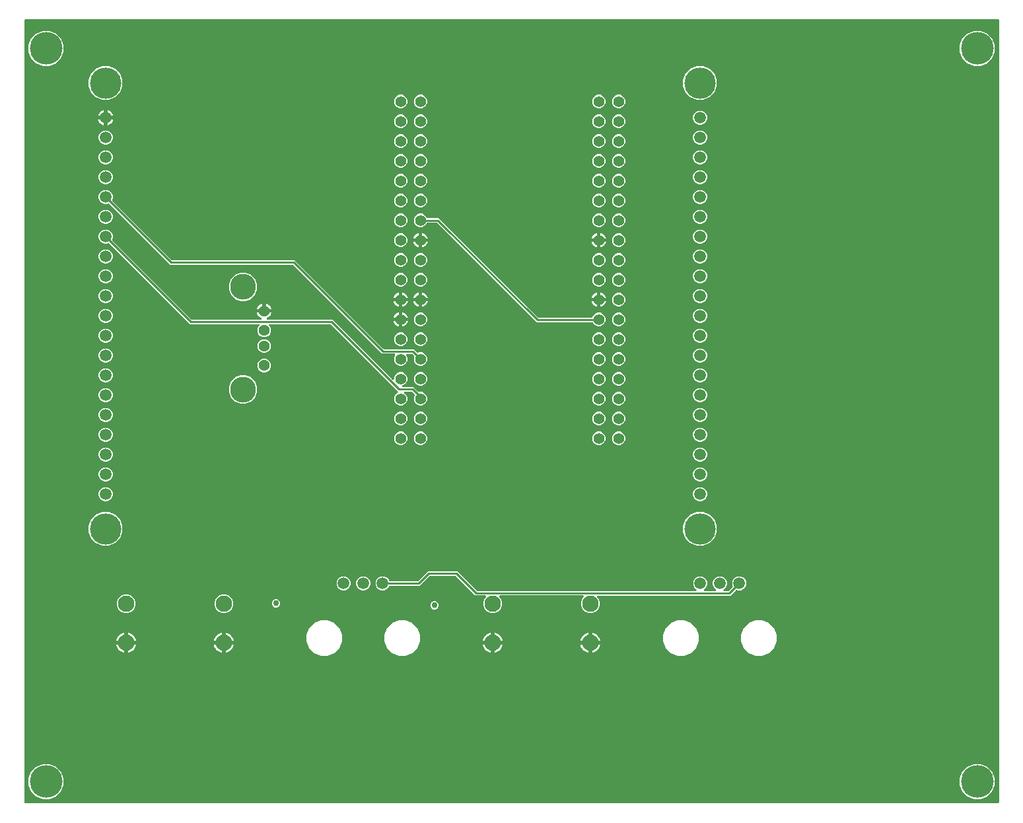
<source format=gbr>
G04 EAGLE Gerber RS-274X export*
G75*
%MOMM*%
%FSLAX34Y34*%
%LPD*%
%INCopper Layer 2*%
%IPPOS*%
%AMOC8*
5,1,8,0,0,1.08239X$1,22.5*%
G01*
%ADD10C,1.397000*%
%ADD11C,1.508000*%
%ADD12C,4.016000*%
%ADD13C,1.428000*%
%ADD14C,3.316000*%
%ADD15C,2.100000*%
%ADD16C,4.191000*%
%ADD17C,0.756400*%
%ADD18C,0.254000*%

G36*
X1258488Y10176D02*
X1258488Y10176D01*
X1258607Y10183D01*
X1258645Y10196D01*
X1258686Y10201D01*
X1258796Y10244D01*
X1258909Y10281D01*
X1258944Y10303D01*
X1258981Y10318D01*
X1259077Y10387D01*
X1259178Y10451D01*
X1259206Y10481D01*
X1259239Y10504D01*
X1259315Y10596D01*
X1259396Y10683D01*
X1259416Y10718D01*
X1259441Y10749D01*
X1259492Y10857D01*
X1259550Y10961D01*
X1259560Y11001D01*
X1259577Y11037D01*
X1259599Y11154D01*
X1259629Y11269D01*
X1259633Y11329D01*
X1259637Y11349D01*
X1259635Y11370D01*
X1259639Y11430D01*
X1259639Y1013970D01*
X1259624Y1014088D01*
X1259617Y1014207D01*
X1259604Y1014245D01*
X1259599Y1014286D01*
X1259556Y1014396D01*
X1259519Y1014509D01*
X1259497Y1014544D01*
X1259482Y1014581D01*
X1259413Y1014677D01*
X1259349Y1014778D01*
X1259319Y1014806D01*
X1259296Y1014839D01*
X1259204Y1014915D01*
X1259117Y1014996D01*
X1259082Y1015016D01*
X1259051Y1015041D01*
X1258943Y1015092D01*
X1258839Y1015150D01*
X1258799Y1015160D01*
X1258763Y1015177D01*
X1258646Y1015199D01*
X1258531Y1015229D01*
X1258471Y1015233D01*
X1258451Y1015237D01*
X1258430Y1015235D01*
X1258370Y1015239D01*
X11430Y1015239D01*
X11312Y1015224D01*
X11193Y1015217D01*
X11155Y1015204D01*
X11114Y1015199D01*
X11004Y1015156D01*
X10891Y1015119D01*
X10856Y1015097D01*
X10819Y1015082D01*
X10723Y1015013D01*
X10622Y1014949D01*
X10594Y1014919D01*
X10561Y1014896D01*
X10485Y1014804D01*
X10404Y1014717D01*
X10384Y1014682D01*
X10359Y1014651D01*
X10308Y1014543D01*
X10250Y1014439D01*
X10240Y1014399D01*
X10223Y1014363D01*
X10201Y1014246D01*
X10171Y1014131D01*
X10167Y1014071D01*
X10163Y1014051D01*
X10165Y1014030D01*
X10161Y1013970D01*
X10161Y11430D01*
X10176Y11312D01*
X10183Y11193D01*
X10196Y11155D01*
X10201Y11114D01*
X10244Y11004D01*
X10281Y10891D01*
X10303Y10856D01*
X10318Y10819D01*
X10387Y10723D01*
X10451Y10622D01*
X10481Y10594D01*
X10504Y10561D01*
X10596Y10485D01*
X10683Y10404D01*
X10718Y10384D01*
X10749Y10359D01*
X10857Y10308D01*
X10961Y10250D01*
X11001Y10240D01*
X11037Y10223D01*
X11154Y10201D01*
X11269Y10171D01*
X11329Y10167D01*
X11349Y10163D01*
X11370Y10165D01*
X11430Y10161D01*
X1258370Y10161D01*
X1258488Y10176D01*
G37*
%LPC*%
G36*
X608208Y254275D02*
X608208Y254275D01*
X603789Y256106D01*
X600406Y259489D01*
X598575Y263908D01*
X598575Y268692D01*
X600406Y273111D01*
X601927Y274633D01*
X602012Y274742D01*
X602101Y274849D01*
X602109Y274868D01*
X602122Y274884D01*
X602177Y275012D01*
X602236Y275137D01*
X602240Y275157D01*
X602248Y275176D01*
X602270Y275314D01*
X602296Y275450D01*
X602295Y275470D01*
X602298Y275490D01*
X602285Y275629D01*
X602276Y275767D01*
X602270Y275786D01*
X602268Y275806D01*
X602221Y275938D01*
X602178Y276069D01*
X602168Y276087D01*
X602161Y276106D01*
X602083Y276221D01*
X602008Y276338D01*
X601993Y276352D01*
X601982Y276369D01*
X601878Y276461D01*
X601777Y276556D01*
X601759Y276566D01*
X601744Y276579D01*
X601620Y276643D01*
X601498Y276710D01*
X601479Y276715D01*
X601460Y276724D01*
X601325Y276754D01*
X601190Y276789D01*
X601162Y276791D01*
X601150Y276794D01*
X601130Y276793D01*
X601029Y276799D01*
X587928Y276799D01*
X563094Y301634D01*
X563016Y301694D01*
X562944Y301762D01*
X562891Y301791D01*
X562843Y301828D01*
X562752Y301868D01*
X562665Y301916D01*
X562607Y301931D01*
X562551Y301955D01*
X562453Y301970D01*
X562357Y301995D01*
X562257Y302001D01*
X562237Y302005D01*
X562225Y302003D01*
X562197Y302005D01*
X530003Y302005D01*
X529905Y301993D01*
X529806Y301990D01*
X529748Y301973D01*
X529688Y301965D01*
X529596Y301929D01*
X529501Y301901D01*
X529448Y301871D01*
X529392Y301848D01*
X529312Y301790D01*
X529227Y301740D01*
X529151Y301674D01*
X529135Y301662D01*
X529127Y301652D01*
X529106Y301634D01*
X516778Y289305D01*
X479002Y289305D01*
X478973Y289302D01*
X478943Y289304D01*
X478816Y289282D01*
X478687Y289265D01*
X478659Y289255D01*
X478630Y289250D01*
X478511Y289196D01*
X478391Y289148D01*
X478367Y289131D01*
X478340Y289119D01*
X478238Y289038D01*
X478133Y288962D01*
X478115Y288939D01*
X478092Y288920D01*
X478013Y288817D01*
X477931Y288717D01*
X477918Y288690D01*
X477900Y288666D01*
X477829Y288522D01*
X477185Y286965D01*
X474635Y284415D01*
X471303Y283035D01*
X467697Y283035D01*
X464365Y284415D01*
X461815Y286965D01*
X460435Y290297D01*
X460435Y293903D01*
X461815Y297235D01*
X464365Y299785D01*
X467697Y301165D01*
X471303Y301165D01*
X474635Y299785D01*
X477185Y297235D01*
X477829Y295678D01*
X477844Y295653D01*
X477853Y295625D01*
X477923Y295515D01*
X477987Y295402D01*
X478007Y295381D01*
X478023Y295356D01*
X478118Y295267D01*
X478208Y295174D01*
X478233Y295158D01*
X478255Y295138D01*
X478369Y295075D01*
X478479Y295007D01*
X478508Y294999D01*
X478533Y294984D01*
X478659Y294952D01*
X478783Y294914D01*
X478813Y294912D01*
X478841Y294905D01*
X479002Y294895D01*
X513937Y294895D01*
X514035Y294907D01*
X514134Y294910D01*
X514192Y294927D01*
X514252Y294935D01*
X514344Y294971D01*
X514439Y294999D01*
X514492Y295029D01*
X514548Y295052D01*
X514628Y295110D01*
X514713Y295160D01*
X514789Y295226D01*
X514805Y295238D01*
X514813Y295248D01*
X514834Y295266D01*
X527162Y307595D01*
X565038Y307595D01*
X589872Y282760D01*
X589950Y282700D01*
X590022Y282632D01*
X590075Y282603D01*
X590123Y282566D01*
X590214Y282526D01*
X590301Y282478D01*
X590359Y282463D01*
X590415Y282439D01*
X590513Y282424D01*
X590609Y282399D01*
X590709Y282393D01*
X590729Y282389D01*
X590741Y282391D01*
X590769Y282389D01*
X742316Y282389D01*
X742338Y282372D01*
X742429Y282332D01*
X742515Y282284D01*
X742574Y282269D01*
X742630Y282245D01*
X742728Y282230D01*
X742823Y282205D01*
X742923Y282199D01*
X742944Y282195D01*
X742956Y282197D01*
X742984Y282195D01*
X870722Y282195D01*
X870859Y282212D01*
X870998Y282225D01*
X871017Y282232D01*
X871037Y282235D01*
X871166Y282286D01*
X871297Y282333D01*
X871314Y282344D01*
X871333Y282352D01*
X871445Y282433D01*
X871560Y282511D01*
X871574Y282527D01*
X871590Y282538D01*
X871679Y282646D01*
X871771Y282750D01*
X871780Y282768D01*
X871793Y282783D01*
X871852Y282909D01*
X871915Y283033D01*
X871920Y283053D01*
X871928Y283071D01*
X871955Y283207D01*
X871985Y283343D01*
X871984Y283364D01*
X871988Y283383D01*
X871980Y283522D01*
X871975Y283661D01*
X871970Y283681D01*
X871969Y283701D01*
X871926Y283833D01*
X871887Y283967D01*
X871877Y283984D01*
X871870Y284003D01*
X871796Y284121D01*
X871725Y284241D01*
X871707Y284262D01*
X871700Y284272D01*
X871685Y284286D01*
X871619Y284361D01*
X869015Y286965D01*
X867635Y290297D01*
X867635Y293903D01*
X869015Y297235D01*
X871565Y299785D01*
X874897Y301165D01*
X878503Y301165D01*
X881835Y299785D01*
X884385Y297235D01*
X885765Y293903D01*
X885765Y290297D01*
X884385Y286965D01*
X881781Y284361D01*
X881696Y284252D01*
X881607Y284145D01*
X881598Y284126D01*
X881586Y284110D01*
X881531Y283982D01*
X881472Y283857D01*
X881468Y283837D01*
X881460Y283818D01*
X881438Y283680D01*
X881412Y283544D01*
X881413Y283524D01*
X881410Y283504D01*
X881423Y283365D01*
X881431Y283227D01*
X881438Y283208D01*
X881440Y283188D01*
X881487Y283056D01*
X881530Y282925D01*
X881540Y282907D01*
X881547Y282888D01*
X881625Y282773D01*
X881700Y282656D01*
X881714Y282642D01*
X881726Y282625D01*
X881830Y282533D01*
X881931Y282438D01*
X881949Y282428D01*
X881964Y282415D01*
X882088Y282351D01*
X882210Y282284D01*
X882229Y282279D01*
X882247Y282270D01*
X882383Y282240D01*
X882518Y282205D01*
X882546Y282203D01*
X882558Y282200D01*
X882578Y282201D01*
X882678Y282195D01*
X895722Y282195D01*
X895859Y282212D01*
X895998Y282225D01*
X896017Y282232D01*
X896037Y282235D01*
X896166Y282286D01*
X896297Y282333D01*
X896314Y282344D01*
X896333Y282352D01*
X896445Y282433D01*
X896560Y282511D01*
X896574Y282527D01*
X896590Y282538D01*
X896679Y282646D01*
X896771Y282750D01*
X896780Y282768D01*
X896793Y282783D01*
X896852Y282909D01*
X896915Y283033D01*
X896920Y283053D01*
X896928Y283071D01*
X896955Y283207D01*
X896985Y283343D01*
X896984Y283364D01*
X896988Y283383D01*
X896980Y283522D01*
X896975Y283661D01*
X896970Y283681D01*
X896969Y283701D01*
X896926Y283833D01*
X896887Y283967D01*
X896877Y283984D01*
X896870Y284003D01*
X896796Y284121D01*
X896725Y284241D01*
X896707Y284262D01*
X896700Y284272D01*
X896685Y284286D01*
X896619Y284361D01*
X894015Y286965D01*
X892635Y290297D01*
X892635Y293903D01*
X894015Y297235D01*
X896565Y299785D01*
X899897Y301165D01*
X903503Y301165D01*
X906835Y299785D01*
X909385Y297235D01*
X910765Y293903D01*
X910765Y290297D01*
X909385Y286965D01*
X906781Y284361D01*
X906696Y284252D01*
X906607Y284145D01*
X906598Y284126D01*
X906586Y284110D01*
X906531Y283982D01*
X906472Y283857D01*
X906468Y283837D01*
X906460Y283818D01*
X906438Y283680D01*
X906412Y283544D01*
X906413Y283524D01*
X906410Y283504D01*
X906423Y283365D01*
X906431Y283227D01*
X906438Y283208D01*
X906440Y283188D01*
X906487Y283056D01*
X906530Y282925D01*
X906540Y282907D01*
X906547Y282888D01*
X906625Y282773D01*
X906700Y282656D01*
X906714Y282642D01*
X906726Y282625D01*
X906830Y282533D01*
X906931Y282438D01*
X906949Y282428D01*
X906964Y282415D01*
X907088Y282351D01*
X907210Y282284D01*
X907229Y282279D01*
X907247Y282270D01*
X907383Y282240D01*
X907518Y282205D01*
X907546Y282203D01*
X907558Y282200D01*
X907578Y282201D01*
X907678Y282195D01*
X912317Y282195D01*
X912415Y282207D01*
X912514Y282210D01*
X912572Y282227D01*
X912632Y282235D01*
X912724Y282271D01*
X912819Y282299D01*
X912872Y282329D01*
X912928Y282352D01*
X913008Y282410D01*
X913093Y282460D01*
X913169Y282526D01*
X913185Y282538D01*
X913193Y282548D01*
X913214Y282566D01*
X918005Y287357D01*
X918023Y287381D01*
X918045Y287400D01*
X918120Y287506D01*
X918200Y287608D01*
X918212Y287636D01*
X918229Y287660D01*
X918274Y287781D01*
X918326Y287900D01*
X918331Y287930D01*
X918341Y287957D01*
X918356Y288086D01*
X918376Y288214D01*
X918373Y288244D01*
X918376Y288273D01*
X918358Y288402D01*
X918346Y288531D01*
X918336Y288559D01*
X918332Y288588D01*
X918280Y288740D01*
X917635Y290297D01*
X917635Y293903D01*
X919015Y297235D01*
X921565Y299785D01*
X924897Y301165D01*
X928503Y301165D01*
X931835Y299785D01*
X934385Y297235D01*
X935765Y293903D01*
X935765Y290297D01*
X934385Y286965D01*
X931835Y284415D01*
X928503Y283035D01*
X924897Y283035D01*
X923340Y283680D01*
X923312Y283688D01*
X923286Y283701D01*
X923159Y283730D01*
X923034Y283764D01*
X923004Y283764D01*
X922975Y283771D01*
X922846Y283767D01*
X922716Y283769D01*
X922687Y283762D01*
X922657Y283761D01*
X922533Y283725D01*
X922406Y283695D01*
X922380Y283681D01*
X922352Y283673D01*
X922240Y283607D01*
X922125Y283546D01*
X922104Y283526D01*
X922078Y283511D01*
X921957Y283405D01*
X915158Y276605D01*
X745365Y276605D01*
X745227Y276588D01*
X745088Y276575D01*
X745069Y276568D01*
X745049Y276565D01*
X744920Y276514D01*
X744789Y276467D01*
X744772Y276456D01*
X744753Y276448D01*
X744641Y276367D01*
X744526Y276289D01*
X744512Y276273D01*
X744496Y276262D01*
X744407Y276154D01*
X744315Y276050D01*
X744306Y276032D01*
X744293Y276017D01*
X744234Y275891D01*
X744171Y275767D01*
X744166Y275747D01*
X744158Y275729D01*
X744132Y275592D01*
X744101Y275457D01*
X744102Y275436D01*
X744098Y275417D01*
X744106Y275278D01*
X744111Y275139D01*
X744116Y275119D01*
X744118Y275099D01*
X744160Y274967D01*
X744199Y274833D01*
X744209Y274816D01*
X744216Y274797D01*
X744290Y274679D01*
X744361Y274559D01*
X744379Y274538D01*
X744386Y274528D01*
X744401Y274514D01*
X744467Y274439D01*
X745794Y273111D01*
X747625Y268692D01*
X747625Y263908D01*
X745794Y259489D01*
X742411Y256106D01*
X737992Y254275D01*
X733208Y254275D01*
X728789Y256106D01*
X725406Y259489D01*
X723575Y263908D01*
X723575Y268692D01*
X725406Y273111D01*
X726927Y274633D01*
X727012Y274742D01*
X727101Y274849D01*
X727109Y274868D01*
X727122Y274884D01*
X727177Y275012D01*
X727236Y275137D01*
X727240Y275157D01*
X727248Y275176D01*
X727270Y275314D01*
X727296Y275450D01*
X727295Y275470D01*
X727298Y275490D01*
X727285Y275629D01*
X727276Y275767D01*
X727270Y275786D01*
X727268Y275806D01*
X727221Y275938D01*
X727178Y276069D01*
X727168Y276087D01*
X727161Y276106D01*
X727083Y276221D01*
X727008Y276338D01*
X726993Y276352D01*
X726982Y276369D01*
X726878Y276461D01*
X726777Y276556D01*
X726759Y276566D01*
X726744Y276579D01*
X726620Y276643D01*
X726498Y276710D01*
X726479Y276715D01*
X726460Y276724D01*
X726325Y276754D01*
X726190Y276789D01*
X726162Y276791D01*
X726150Y276794D01*
X726130Y276793D01*
X726029Y276799D01*
X620171Y276799D01*
X620033Y276782D01*
X619894Y276769D01*
X619875Y276762D01*
X619855Y276759D01*
X619726Y276708D01*
X619595Y276661D01*
X619578Y276650D01*
X619559Y276642D01*
X619447Y276561D01*
X619332Y276483D01*
X619318Y276467D01*
X619302Y276456D01*
X619213Y276348D01*
X619121Y276244D01*
X619112Y276226D01*
X619099Y276211D01*
X619040Y276085D01*
X618977Y275961D01*
X618972Y275941D01*
X618964Y275923D01*
X618938Y275786D01*
X618907Y275651D01*
X618908Y275630D01*
X618904Y275611D01*
X618912Y275472D01*
X618917Y275333D01*
X618922Y275313D01*
X618924Y275293D01*
X618966Y275161D01*
X619005Y275027D01*
X619015Y275010D01*
X619022Y274991D01*
X619096Y274873D01*
X619167Y274753D01*
X619185Y274732D01*
X619192Y274722D01*
X619207Y274708D01*
X619273Y274633D01*
X620794Y273111D01*
X622625Y268692D01*
X622625Y263908D01*
X620794Y259489D01*
X617411Y256106D01*
X612992Y254275D01*
X608208Y254275D01*
G37*
%LPD*%
%LPC*%
G36*
X490807Y520490D02*
X490807Y520490D01*
X487680Y521786D01*
X485286Y524180D01*
X483990Y527307D01*
X483990Y530693D01*
X485286Y533820D01*
X487680Y536214D01*
X488324Y536481D01*
X488368Y536506D01*
X488414Y536523D01*
X488505Y536584D01*
X488601Y536639D01*
X488636Y536673D01*
X488677Y536701D01*
X488750Y536784D01*
X488829Y536860D01*
X488855Y536903D01*
X488888Y536940D01*
X488938Y537037D01*
X488995Y537131D01*
X489010Y537179D01*
X489033Y537223D01*
X489057Y537330D01*
X489089Y537435D01*
X489091Y537485D01*
X489102Y537533D01*
X489099Y537643D01*
X489104Y537753D01*
X489094Y537801D01*
X489093Y537851D01*
X489062Y537957D01*
X489040Y538064D01*
X489018Y538109D01*
X489004Y538157D01*
X488948Y538251D01*
X488900Y538350D01*
X488868Y538388D01*
X488843Y538431D01*
X488736Y538551D01*
X487054Y540234D01*
X403074Y624214D01*
X402996Y624274D01*
X402924Y624342D01*
X402871Y624371D01*
X402823Y624408D01*
X402732Y624448D01*
X402645Y624496D01*
X402587Y624511D01*
X402531Y624535D01*
X402433Y624550D01*
X402337Y624575D01*
X402237Y624581D01*
X402217Y624585D01*
X402205Y624583D01*
X402177Y624585D01*
X324733Y624585D01*
X324595Y624568D01*
X324456Y624555D01*
X324437Y624548D01*
X324417Y624545D01*
X324288Y624494D01*
X324157Y624447D01*
X324140Y624436D01*
X324122Y624428D01*
X324009Y624347D01*
X323894Y624269D01*
X323881Y624253D01*
X323864Y624242D01*
X323775Y624134D01*
X323684Y624030D01*
X323674Y624012D01*
X323661Y623997D01*
X323602Y623871D01*
X323539Y623747D01*
X323534Y623727D01*
X323526Y623709D01*
X323500Y623572D01*
X323469Y623437D01*
X323470Y623416D01*
X323466Y623397D01*
X323475Y623258D01*
X323479Y623119D01*
X323485Y623099D01*
X323486Y623079D01*
X323529Y622947D01*
X323567Y622813D01*
X323578Y622796D01*
X323584Y622777D01*
X323658Y622659D01*
X323729Y622539D01*
X323747Y622518D01*
X323754Y622508D01*
X323769Y622494D01*
X323835Y622419D01*
X324846Y621408D01*
X326165Y618224D01*
X326165Y614776D01*
X324846Y611592D01*
X322408Y609154D01*
X319224Y607835D01*
X315776Y607835D01*
X312592Y609154D01*
X310154Y611592D01*
X308835Y614776D01*
X308835Y618224D01*
X310154Y621408D01*
X311165Y622419D01*
X311249Y622528D01*
X311339Y622635D01*
X311347Y622654D01*
X311360Y622670D01*
X311415Y622797D01*
X311474Y622923D01*
X311478Y622943D01*
X311486Y622962D01*
X311508Y623100D01*
X311534Y623236D01*
X311533Y623256D01*
X311536Y623276D01*
X311523Y623415D01*
X311514Y623553D01*
X311508Y623572D01*
X311506Y623592D01*
X311459Y623724D01*
X311416Y623855D01*
X311405Y623873D01*
X311398Y623892D01*
X311320Y624007D01*
X311246Y624124D01*
X311231Y624138D01*
X311220Y624155D01*
X311116Y624247D01*
X311014Y624342D01*
X310997Y624352D01*
X310981Y624365D01*
X310858Y624428D01*
X310736Y624496D01*
X310716Y624501D01*
X310698Y624510D01*
X310562Y624540D01*
X310428Y624575D01*
X310400Y624577D01*
X310388Y624580D01*
X310367Y624579D01*
X310267Y624585D01*
X222362Y624585D01*
X220354Y626594D01*
X119043Y727905D01*
X119019Y727923D01*
X119000Y727945D01*
X118894Y728020D01*
X118792Y728100D01*
X118764Y728112D01*
X118740Y728129D01*
X118619Y728175D01*
X118500Y728226D01*
X118471Y728231D01*
X118443Y728241D01*
X118314Y728256D01*
X118186Y728276D01*
X118156Y728273D01*
X118127Y728276D01*
X117998Y728258D01*
X117869Y728246D01*
X117841Y728236D01*
X117812Y728232D01*
X117660Y728180D01*
X116103Y727535D01*
X112497Y727535D01*
X109165Y728915D01*
X106615Y731465D01*
X105235Y734797D01*
X105235Y738403D01*
X106615Y741735D01*
X109165Y744285D01*
X112497Y745665D01*
X116103Y745665D01*
X119435Y744285D01*
X121985Y741735D01*
X123365Y738403D01*
X123365Y734797D01*
X122720Y733240D01*
X122712Y733212D01*
X122699Y733186D01*
X122670Y733059D01*
X122636Y732934D01*
X122636Y732904D01*
X122629Y732875D01*
X122633Y732746D01*
X122631Y732616D01*
X122638Y732587D01*
X122639Y732557D01*
X122675Y732433D01*
X122705Y732306D01*
X122719Y732280D01*
X122727Y732252D01*
X122793Y732140D01*
X122854Y732025D01*
X122874Y732003D01*
X122889Y731978D01*
X122995Y731857D01*
X224306Y630546D01*
X224384Y630486D01*
X224456Y630418D01*
X224509Y630389D01*
X224557Y630352D01*
X224648Y630312D01*
X224735Y630264D01*
X224793Y630249D01*
X224849Y630225D01*
X224947Y630210D01*
X225043Y630185D01*
X225143Y630179D01*
X225163Y630175D01*
X225175Y630177D01*
X225203Y630175D01*
X313117Y630175D01*
X313137Y630177D01*
X313156Y630175D01*
X313294Y630197D01*
X313432Y630215D01*
X313451Y630222D01*
X313470Y630225D01*
X313599Y630280D01*
X313728Y630332D01*
X313744Y630343D01*
X313762Y630351D01*
X313872Y630436D01*
X313985Y630518D01*
X313998Y630534D01*
X314014Y630546D01*
X314099Y630656D01*
X314188Y630763D01*
X314197Y630781D01*
X314209Y630797D01*
X314264Y630925D01*
X314324Y631051D01*
X314327Y631071D01*
X314335Y631089D01*
X314357Y631227D01*
X314383Y631363D01*
X314382Y631383D01*
X314385Y631403D01*
X314372Y631542D01*
X314364Y631681D01*
X314358Y631700D01*
X314356Y631720D01*
X314309Y631851D01*
X314266Y631983D01*
X314255Y632000D01*
X314248Y632019D01*
X314170Y632134D01*
X314095Y632252D01*
X314081Y632266D01*
X314070Y632282D01*
X313966Y632374D01*
X313864Y632470D01*
X313846Y632480D01*
X313831Y632493D01*
X313693Y632575D01*
X312426Y633220D01*
X311193Y634116D01*
X310116Y635193D01*
X309220Y636426D01*
X308529Y637784D01*
X308068Y639201D01*
X316470Y639201D01*
X316588Y639216D01*
X316707Y639223D01*
X316745Y639235D01*
X316785Y639241D01*
X316896Y639284D01*
X317009Y639321D01*
X317043Y639343D01*
X317081Y639358D01*
X317177Y639427D01*
X317278Y639491D01*
X317306Y639521D01*
X317338Y639544D01*
X317414Y639636D01*
X317496Y639723D01*
X317504Y639737D01*
X317551Y639662D01*
X317581Y639634D01*
X317605Y639601D01*
X317696Y639525D01*
X317783Y639444D01*
X317818Y639424D01*
X317850Y639399D01*
X317957Y639348D01*
X318062Y639290D01*
X318101Y639280D01*
X318137Y639263D01*
X318254Y639241D01*
X318370Y639211D01*
X318430Y639207D01*
X318450Y639203D01*
X318470Y639205D01*
X318530Y639201D01*
X326932Y639201D01*
X326471Y637784D01*
X325780Y636426D01*
X324884Y635193D01*
X323807Y634116D01*
X322574Y633220D01*
X321307Y632575D01*
X321291Y632564D01*
X321272Y632556D01*
X321159Y632475D01*
X321044Y632396D01*
X321031Y632381D01*
X321015Y632370D01*
X320926Y632262D01*
X320834Y632158D01*
X320825Y632140D01*
X320812Y632125D01*
X320752Y631998D01*
X320689Y631874D01*
X320685Y631855D01*
X320676Y631837D01*
X320650Y631700D01*
X320620Y631564D01*
X320620Y631544D01*
X320617Y631524D01*
X320625Y631385D01*
X320630Y631246D01*
X320635Y631227D01*
X320636Y631207D01*
X320679Y631075D01*
X320718Y630941D01*
X320728Y630923D01*
X320734Y630905D01*
X320809Y630787D01*
X320880Y630667D01*
X320894Y630653D01*
X320905Y630636D01*
X321006Y630540D01*
X321104Y630442D01*
X321122Y630432D01*
X321136Y630418D01*
X321258Y630351D01*
X321378Y630280D01*
X321397Y630274D01*
X321415Y630264D01*
X321549Y630230D01*
X321683Y630191D01*
X321703Y630190D01*
X321723Y630185D01*
X321883Y630175D01*
X405018Y630175D01*
X407026Y628166D01*
X481824Y553369D01*
X481933Y553284D01*
X482040Y553195D01*
X482059Y553186D01*
X482075Y553174D01*
X482203Y553118D01*
X482328Y553059D01*
X482348Y553056D01*
X482367Y553048D01*
X482505Y553026D01*
X482641Y553000D01*
X482661Y553001D01*
X482681Y552998D01*
X482820Y553011D01*
X482958Y553019D01*
X482977Y553026D01*
X482997Y553027D01*
X483129Y553075D01*
X483260Y553117D01*
X483278Y553128D01*
X483297Y553135D01*
X483412Y553213D01*
X483529Y553288D01*
X483543Y553302D01*
X483560Y553314D01*
X483652Y553418D01*
X483747Y553519D01*
X483757Y553537D01*
X483770Y553552D01*
X483834Y553676D01*
X483901Y553798D01*
X483906Y553817D01*
X483915Y553835D01*
X483945Y553971D01*
X483980Y554106D01*
X483982Y554134D01*
X483985Y554146D01*
X483984Y554166D01*
X483990Y554266D01*
X483990Y556093D01*
X485286Y559220D01*
X487680Y561614D01*
X490807Y562910D01*
X494193Y562910D01*
X497320Y561614D01*
X499714Y559220D01*
X501010Y556093D01*
X501010Y552707D01*
X499714Y549580D01*
X497320Y547186D01*
X495077Y546257D01*
X495016Y546222D01*
X494952Y546196D01*
X494879Y546144D01*
X494801Y546099D01*
X494751Y546051D01*
X494694Y546010D01*
X494637Y545940D01*
X494572Y545878D01*
X494536Y545818D01*
X494491Y545765D01*
X494453Y545683D01*
X494406Y545607D01*
X494386Y545540D01*
X494356Y545477D01*
X494339Y545389D01*
X494313Y545303D01*
X494309Y545233D01*
X494296Y545164D01*
X494302Y545075D01*
X494297Y544985D01*
X494312Y544917D01*
X494316Y544847D01*
X494344Y544762D01*
X494362Y544674D01*
X494392Y544611D01*
X494414Y544545D01*
X494462Y544469D01*
X494501Y544388D01*
X494547Y544335D01*
X494584Y544276D01*
X494650Y544214D01*
X494708Y544146D01*
X494765Y544106D01*
X494816Y544058D01*
X494894Y544015D01*
X494968Y543963D01*
X495033Y543938D01*
X495094Y543904D01*
X495181Y543882D01*
X495265Y543850D01*
X495335Y543842D01*
X495402Y543825D01*
X495563Y543815D01*
X509158Y543815D01*
X515091Y537881D01*
X515169Y537821D01*
X515241Y537753D01*
X515294Y537724D01*
X515342Y537687D01*
X515433Y537647D01*
X515520Y537599D01*
X515578Y537584D01*
X515634Y537560D01*
X515732Y537545D01*
X515828Y537520D01*
X515928Y537514D01*
X515948Y537510D01*
X515960Y537512D01*
X515988Y537510D01*
X519593Y537510D01*
X522720Y536214D01*
X525114Y533820D01*
X526410Y530693D01*
X526410Y527307D01*
X525114Y524180D01*
X522720Y521786D01*
X519593Y520490D01*
X516207Y520490D01*
X513080Y521786D01*
X510686Y524180D01*
X509390Y527307D01*
X509390Y530693D01*
X510526Y533434D01*
X510533Y533462D01*
X510547Y533489D01*
X510575Y533615D01*
X510610Y533741D01*
X510610Y533770D01*
X510617Y533799D01*
X510613Y533929D01*
X510615Y534059D01*
X510608Y534087D01*
X510607Y534117D01*
X510571Y534241D01*
X510541Y534368D01*
X510527Y534394D01*
X510519Y534422D01*
X510453Y534534D01*
X510392Y534649D01*
X510372Y534671D01*
X510357Y534696D01*
X510251Y534817D01*
X507214Y537854D01*
X507136Y537914D01*
X507064Y537982D01*
X507011Y538011D01*
X506963Y538048D01*
X506872Y538088D01*
X506785Y538136D01*
X506727Y538151D01*
X506671Y538175D01*
X506573Y538190D01*
X506477Y538215D01*
X506377Y538221D01*
X506357Y538225D01*
X506345Y538223D01*
X506317Y538225D01*
X498374Y538225D01*
X498236Y538208D01*
X498097Y538195D01*
X498078Y538188D01*
X498058Y538185D01*
X497929Y538134D01*
X497798Y538087D01*
X497781Y538076D01*
X497762Y538068D01*
X497650Y537987D01*
X497535Y537909D01*
X497521Y537893D01*
X497505Y537882D01*
X497416Y537774D01*
X497324Y537670D01*
X497315Y537652D01*
X497302Y537637D01*
X497243Y537510D01*
X497180Y537387D01*
X497175Y537367D01*
X497167Y537349D01*
X497141Y537213D01*
X497110Y537077D01*
X497111Y537056D01*
X497107Y537037D01*
X497115Y536898D01*
X497120Y536759D01*
X497125Y536739D01*
X497127Y536719D01*
X497169Y536587D01*
X497208Y536453D01*
X497218Y536436D01*
X497225Y536417D01*
X497299Y536299D01*
X497370Y536179D01*
X497388Y536158D01*
X497395Y536148D01*
X497410Y536134D01*
X497476Y536059D01*
X499714Y533820D01*
X501010Y530693D01*
X501010Y527307D01*
X499714Y524180D01*
X497320Y521786D01*
X494193Y520490D01*
X490807Y520490D01*
G37*
%LPD*%
%LPC*%
G36*
X490807Y571290D02*
X490807Y571290D01*
X487680Y572586D01*
X485286Y574980D01*
X483990Y578107D01*
X483990Y581493D01*
X485287Y584622D01*
X485368Y584727D01*
X485457Y584834D01*
X485465Y584853D01*
X485478Y584869D01*
X485533Y584997D01*
X485592Y585122D01*
X485596Y585142D01*
X485604Y585161D01*
X485626Y585298D01*
X485652Y585435D01*
X485651Y585455D01*
X485654Y585475D01*
X485641Y585613D01*
X485632Y585752D01*
X485626Y585771D01*
X485624Y585791D01*
X485577Y585922D01*
X485534Y586054D01*
X485524Y586071D01*
X485517Y586091D01*
X485438Y586206D01*
X485364Y586323D01*
X485349Y586337D01*
X485338Y586354D01*
X485234Y586446D01*
X485133Y586541D01*
X485115Y586551D01*
X485100Y586564D01*
X484976Y586627D01*
X484854Y586695D01*
X484835Y586700D01*
X484817Y586709D01*
X484680Y586739D01*
X484546Y586774D01*
X484518Y586776D01*
X484506Y586779D01*
X484486Y586778D01*
X484385Y586784D01*
X468443Y586784D01*
X354814Y700414D01*
X354736Y700474D01*
X354664Y700542D01*
X354611Y700571D01*
X354563Y700608D01*
X354472Y700648D01*
X354385Y700696D01*
X354327Y700711D01*
X354271Y700735D01*
X354173Y700750D01*
X354077Y700775D01*
X353977Y700781D01*
X353957Y700785D01*
X353945Y700783D01*
X353917Y700785D01*
X196962Y700785D01*
X119043Y778705D01*
X119019Y778723D01*
X119000Y778745D01*
X118894Y778820D01*
X118792Y778900D01*
X118764Y778912D01*
X118740Y778929D01*
X118619Y778974D01*
X118500Y779026D01*
X118470Y779031D01*
X118443Y779041D01*
X118314Y779056D01*
X118186Y779076D01*
X118156Y779073D01*
X118127Y779076D01*
X117998Y779058D01*
X117869Y779046D01*
X117841Y779036D01*
X117812Y779032D01*
X117660Y778980D01*
X116103Y778335D01*
X112497Y778335D01*
X109165Y779715D01*
X106615Y782265D01*
X105235Y785597D01*
X105235Y789203D01*
X106615Y792535D01*
X109165Y795085D01*
X112497Y796465D01*
X116103Y796465D01*
X119435Y795085D01*
X121985Y792535D01*
X123365Y789203D01*
X123365Y785597D01*
X122720Y784040D01*
X122712Y784012D01*
X122699Y783986D01*
X122670Y783859D01*
X122636Y783734D01*
X122636Y783704D01*
X122629Y783675D01*
X122633Y783546D01*
X122631Y783416D01*
X122638Y783387D01*
X122639Y783357D01*
X122675Y783233D01*
X122705Y783106D01*
X122719Y783080D01*
X122727Y783052D01*
X122793Y782940D01*
X122854Y782825D01*
X122874Y782804D01*
X122889Y782778D01*
X122995Y782657D01*
X198906Y706746D01*
X198984Y706686D01*
X199056Y706618D01*
X199109Y706589D01*
X199157Y706552D01*
X199248Y706512D01*
X199335Y706464D01*
X199393Y706449D01*
X199449Y706425D01*
X199547Y706410D01*
X199643Y706385D01*
X199743Y706379D01*
X199763Y706375D01*
X199775Y706377D01*
X199803Y706375D01*
X356758Y706375D01*
X470387Y592745D01*
X470465Y592685D01*
X470537Y592617D01*
X470590Y592588D01*
X470638Y592551D01*
X470729Y592511D01*
X470816Y592463D01*
X470874Y592448D01*
X470930Y592424D01*
X471028Y592409D01*
X471124Y592384D01*
X471224Y592378D01*
X471244Y592374D01*
X471256Y592376D01*
X471284Y592374D01*
X497727Y592374D01*
X497786Y592318D01*
X497839Y592289D01*
X497887Y592252D01*
X497978Y592212D01*
X498064Y592164D01*
X498123Y592149D01*
X498179Y592125D01*
X498277Y592110D01*
X498372Y592085D01*
X498472Y592079D01*
X498493Y592075D01*
X498505Y592077D01*
X498533Y592075D01*
X509578Y592075D01*
X513582Y588070D01*
X513605Y588052D01*
X513624Y588030D01*
X513730Y587955D01*
X513833Y587875D01*
X513860Y587864D01*
X513885Y587847D01*
X514006Y587801D01*
X514125Y587749D01*
X514154Y587744D01*
X514182Y587734D01*
X514311Y587720D01*
X514439Y587699D01*
X514469Y587702D01*
X514498Y587699D01*
X514626Y587717D01*
X514756Y587729D01*
X514784Y587739D01*
X514813Y587743D01*
X514965Y587795D01*
X516207Y588310D01*
X519593Y588310D01*
X522720Y587014D01*
X525114Y584620D01*
X526410Y581493D01*
X526410Y578107D01*
X525114Y574980D01*
X522720Y572586D01*
X519593Y571290D01*
X516207Y571290D01*
X513080Y572586D01*
X510686Y574980D01*
X509390Y578107D01*
X509390Y581493D01*
X509905Y582735D01*
X509913Y582763D01*
X509926Y582790D01*
X509954Y582916D01*
X509989Y583042D01*
X509989Y583071D01*
X509996Y583100D01*
X509992Y583230D01*
X509994Y583360D01*
X509987Y583388D01*
X509986Y583418D01*
X509950Y583542D01*
X509920Y583669D01*
X509906Y583695D01*
X509898Y583723D01*
X509832Y583835D01*
X509771Y583950D01*
X509751Y583972D01*
X509736Y583997D01*
X509630Y584118D01*
X507634Y586114D01*
X507556Y586174D01*
X507484Y586242D01*
X507431Y586271D01*
X507383Y586308D01*
X507292Y586348D01*
X507205Y586396D01*
X507147Y586411D01*
X507091Y586435D01*
X506993Y586450D01*
X506897Y586475D01*
X506797Y586481D01*
X506777Y586485D01*
X506765Y586483D01*
X506737Y586485D01*
X500841Y586485D01*
X500792Y586479D01*
X500742Y586481D01*
X500635Y586459D01*
X500526Y586445D01*
X500479Y586427D01*
X500431Y586417D01*
X500332Y586369D01*
X500230Y586328D01*
X500190Y586299D01*
X500145Y586277D01*
X500062Y586206D01*
X499973Y586142D01*
X499941Y586103D01*
X499903Y586071D01*
X499840Y585981D01*
X499770Y585897D01*
X499749Y585852D01*
X499720Y585811D01*
X499681Y585708D01*
X499634Y585609D01*
X499625Y585560D01*
X499607Y585514D01*
X499595Y585404D01*
X499575Y585297D01*
X499578Y585247D01*
X499572Y585198D01*
X499588Y585089D01*
X499594Y584979D01*
X499610Y584932D01*
X499617Y584883D01*
X499669Y584730D01*
X501010Y581493D01*
X501010Y578107D01*
X499714Y574980D01*
X497320Y572586D01*
X494193Y571290D01*
X490807Y571290D01*
G37*
%LPD*%
%LPC*%
G36*
X744807Y622090D02*
X744807Y622090D01*
X741680Y623386D01*
X739286Y625780D01*
X739053Y626342D01*
X739038Y626367D01*
X739029Y626395D01*
X738960Y626505D01*
X738895Y626618D01*
X738875Y626639D01*
X738859Y626664D01*
X738764Y626753D01*
X738674Y626846D01*
X738649Y626862D01*
X738627Y626882D01*
X738514Y626945D01*
X738403Y627013D01*
X738375Y627021D01*
X738349Y627036D01*
X738223Y627068D01*
X738099Y627106D01*
X738070Y627108D01*
X738041Y627115D01*
X737880Y627125D01*
X666862Y627125D01*
X539554Y754434D01*
X539476Y754494D01*
X539404Y754562D01*
X539351Y754591D01*
X539303Y754628D01*
X539212Y754668D01*
X539125Y754716D01*
X539067Y754731D01*
X539011Y754755D01*
X538913Y754770D01*
X538817Y754795D01*
X538717Y754801D01*
X538697Y754805D01*
X538685Y754803D01*
X538657Y754805D01*
X526801Y754805D01*
X526772Y754802D01*
X526743Y754804D01*
X526615Y754782D01*
X526486Y754765D01*
X526458Y754755D01*
X526429Y754750D01*
X526311Y754696D01*
X526190Y754648D01*
X526166Y754631D01*
X526139Y754619D01*
X526038Y754538D01*
X525933Y754462D01*
X525914Y754439D01*
X525891Y754420D01*
X525813Y754317D01*
X525730Y754217D01*
X525717Y754190D01*
X525700Y754166D01*
X525629Y754022D01*
X525114Y752780D01*
X522720Y750386D01*
X519593Y749090D01*
X516207Y749090D01*
X513080Y750386D01*
X510686Y752780D01*
X509390Y755907D01*
X509390Y759293D01*
X510686Y762420D01*
X513080Y764814D01*
X516207Y766110D01*
X519593Y766110D01*
X522720Y764814D01*
X525114Y762420D01*
X525629Y761178D01*
X525643Y761153D01*
X525652Y761125D01*
X525722Y761015D01*
X525786Y760902D01*
X525807Y760881D01*
X525823Y760856D01*
X525917Y760767D01*
X526008Y760674D01*
X526033Y760658D01*
X526054Y760638D01*
X526168Y760575D01*
X526279Y760507D01*
X526307Y760499D01*
X526333Y760484D01*
X526458Y760452D01*
X526583Y760414D01*
X526612Y760412D01*
X526641Y760405D01*
X526801Y760395D01*
X541498Y760395D01*
X668806Y633086D01*
X668884Y633026D01*
X668956Y632958D01*
X669009Y632929D01*
X669057Y632892D01*
X669148Y632852D01*
X669235Y632804D01*
X669293Y632789D01*
X669349Y632765D01*
X669447Y632750D01*
X669543Y632725D01*
X669643Y632719D01*
X669663Y632715D01*
X669675Y632717D01*
X669703Y632715D01*
X737317Y632715D01*
X737346Y632718D01*
X737376Y632716D01*
X737504Y632738D01*
X737633Y632755D01*
X737660Y632765D01*
X737689Y632770D01*
X737808Y632824D01*
X737928Y632872D01*
X737952Y632889D01*
X737979Y632901D01*
X738080Y632982D01*
X738186Y633058D01*
X738204Y633081D01*
X738227Y633100D01*
X738306Y633203D01*
X738388Y633303D01*
X738401Y633330D01*
X738419Y633354D01*
X738490Y633498D01*
X739286Y635420D01*
X741680Y637814D01*
X744807Y639110D01*
X748193Y639110D01*
X751320Y637814D01*
X753714Y635420D01*
X755010Y632293D01*
X755010Y628907D01*
X753714Y625780D01*
X751320Y623386D01*
X748193Y622090D01*
X744807Y622090D01*
G37*
%LPD*%
%LPC*%
G36*
X489992Y199439D02*
X489992Y199439D01*
X481664Y202889D01*
X475289Y209264D01*
X471839Y217592D01*
X471839Y226608D01*
X475289Y234936D01*
X481664Y241311D01*
X489992Y244761D01*
X499008Y244761D01*
X507336Y241311D01*
X513711Y234936D01*
X517161Y226608D01*
X517161Y217592D01*
X513711Y209264D01*
X507336Y202889D01*
X499008Y199439D01*
X489992Y199439D01*
G37*
%LPD*%
%LPC*%
G36*
X847192Y199439D02*
X847192Y199439D01*
X838864Y202889D01*
X832489Y209264D01*
X829039Y217592D01*
X829039Y226608D01*
X832489Y234936D01*
X838864Y241311D01*
X847192Y244761D01*
X856208Y244761D01*
X864536Y241311D01*
X870911Y234936D01*
X874361Y226608D01*
X874361Y217592D01*
X870911Y209264D01*
X864536Y202889D01*
X856208Y199439D01*
X847192Y199439D01*
G37*
%LPD*%
%LPC*%
G36*
X947192Y199439D02*
X947192Y199439D01*
X938864Y202889D01*
X932489Y209264D01*
X929039Y217592D01*
X929039Y226608D01*
X932489Y234936D01*
X938864Y241311D01*
X947192Y244761D01*
X956208Y244761D01*
X964536Y241311D01*
X970911Y234936D01*
X974361Y226608D01*
X974361Y217592D01*
X970911Y209264D01*
X964536Y202889D01*
X956208Y199439D01*
X947192Y199439D01*
G37*
%LPD*%
%LPC*%
G36*
X389992Y199439D02*
X389992Y199439D01*
X381664Y202889D01*
X375289Y209264D01*
X371839Y217592D01*
X371839Y226608D01*
X375289Y234936D01*
X381664Y241311D01*
X389992Y244761D01*
X399008Y244761D01*
X407336Y241311D01*
X413711Y234936D01*
X417161Y226608D01*
X417161Y217592D01*
X413711Y209264D01*
X407336Y202889D01*
X399008Y199439D01*
X389992Y199439D01*
G37*
%LPD*%
%LPC*%
G36*
X1227428Y955420D02*
X1227428Y955420D01*
X1219166Y958843D01*
X1212843Y965166D01*
X1209420Y973428D01*
X1209420Y982372D01*
X1212843Y990634D01*
X1219166Y996957D01*
X1227428Y1000380D01*
X1236372Y1000380D01*
X1244634Y996957D01*
X1250957Y990634D01*
X1254380Y982372D01*
X1254380Y973428D01*
X1250957Y965166D01*
X1244634Y958843D01*
X1236372Y955420D01*
X1227428Y955420D01*
G37*
%LPD*%
%LPC*%
G36*
X33628Y955420D02*
X33628Y955420D01*
X25366Y958843D01*
X19043Y965166D01*
X15620Y973428D01*
X15620Y982372D01*
X19043Y990634D01*
X25366Y996957D01*
X33628Y1000380D01*
X42572Y1000380D01*
X50834Y996957D01*
X57157Y990634D01*
X60580Y982372D01*
X60580Y973428D01*
X57157Y965166D01*
X50834Y958843D01*
X42572Y955420D01*
X33628Y955420D01*
G37*
%LPD*%
%LPC*%
G36*
X1227428Y15620D02*
X1227428Y15620D01*
X1219166Y19043D01*
X1212843Y25366D01*
X1209420Y33628D01*
X1209420Y42572D01*
X1212843Y50834D01*
X1219166Y57157D01*
X1227428Y60580D01*
X1236372Y60580D01*
X1244634Y57157D01*
X1250957Y50834D01*
X1254380Y42572D01*
X1254380Y33628D01*
X1250957Y25366D01*
X1244634Y19043D01*
X1236372Y15620D01*
X1227428Y15620D01*
G37*
%LPD*%
%LPC*%
G36*
X33628Y15620D02*
X33628Y15620D01*
X25366Y19043D01*
X19043Y25366D01*
X15620Y33628D01*
X15620Y42572D01*
X19043Y50834D01*
X25366Y57157D01*
X33628Y60580D01*
X42572Y60580D01*
X50834Y57157D01*
X57157Y50834D01*
X60580Y42572D01*
X60580Y33628D01*
X57157Y25366D01*
X50834Y19043D01*
X42572Y15620D01*
X33628Y15620D01*
G37*
%LPD*%
%LPC*%
G36*
X872003Y911845D02*
X872003Y911845D01*
X864062Y915134D01*
X857984Y921212D01*
X854695Y929153D01*
X854695Y937747D01*
X857984Y945688D01*
X864062Y951766D01*
X872003Y955055D01*
X880597Y955055D01*
X888538Y951766D01*
X894616Y945688D01*
X897905Y937747D01*
X897905Y929153D01*
X894616Y921212D01*
X888538Y915134D01*
X880597Y911845D01*
X872003Y911845D01*
G37*
%LPD*%
%LPC*%
G36*
X110003Y911845D02*
X110003Y911845D01*
X102062Y915134D01*
X95984Y921212D01*
X92695Y929153D01*
X92695Y937747D01*
X95984Y945688D01*
X102062Y951766D01*
X110003Y955055D01*
X118597Y955055D01*
X126538Y951766D01*
X132616Y945688D01*
X135905Y937747D01*
X135905Y929153D01*
X132616Y921212D01*
X126538Y915134D01*
X118597Y911845D01*
X110003Y911845D01*
G37*
%LPD*%
%LPC*%
G36*
X872003Y340345D02*
X872003Y340345D01*
X864062Y343634D01*
X857984Y349712D01*
X854695Y357653D01*
X854695Y366247D01*
X857984Y374188D01*
X864062Y380266D01*
X872003Y383555D01*
X880597Y383555D01*
X888538Y380266D01*
X894616Y374188D01*
X897905Y366247D01*
X897905Y357653D01*
X894616Y349712D01*
X888538Y343634D01*
X880597Y340345D01*
X872003Y340345D01*
G37*
%LPD*%
%LPC*%
G36*
X110003Y340345D02*
X110003Y340345D01*
X102062Y343634D01*
X95984Y349712D01*
X92695Y357653D01*
X92695Y366247D01*
X95984Y374188D01*
X102062Y380266D01*
X110003Y383555D01*
X118597Y383555D01*
X126538Y380266D01*
X132616Y374188D01*
X135905Y366247D01*
X135905Y357653D01*
X132616Y349712D01*
X126538Y343634D01*
X118597Y340345D01*
X110003Y340345D01*
G37*
%LPD*%
%LPC*%
G36*
X286799Y654095D02*
X286799Y654095D01*
X280145Y656852D01*
X275052Y661945D01*
X272295Y668599D01*
X272295Y675801D01*
X275052Y682455D01*
X280145Y687548D01*
X286799Y690305D01*
X294001Y690305D01*
X300655Y687548D01*
X305748Y682455D01*
X308505Y675801D01*
X308505Y668599D01*
X305748Y661945D01*
X300655Y656852D01*
X294001Y654095D01*
X286799Y654095D01*
G37*
%LPD*%
%LPC*%
G36*
X286799Y522695D02*
X286799Y522695D01*
X280145Y525452D01*
X275052Y530545D01*
X272295Y537199D01*
X272295Y544401D01*
X275052Y551055D01*
X280145Y556148D01*
X286799Y558905D01*
X294001Y558905D01*
X300655Y556148D01*
X305748Y551055D01*
X308505Y544401D01*
X308505Y537199D01*
X305748Y530545D01*
X300655Y525452D01*
X294001Y522695D01*
X286799Y522695D01*
G37*
%LPD*%
%LPC*%
G36*
X263308Y254275D02*
X263308Y254275D01*
X258889Y256106D01*
X255506Y259489D01*
X253675Y263908D01*
X253675Y268692D01*
X255506Y273111D01*
X258889Y276494D01*
X263308Y278325D01*
X268092Y278325D01*
X272511Y276494D01*
X275894Y273111D01*
X277725Y268692D01*
X277725Y263908D01*
X275894Y259489D01*
X272511Y256106D01*
X268092Y254275D01*
X263308Y254275D01*
G37*
%LPD*%
%LPC*%
G36*
X138308Y254275D02*
X138308Y254275D01*
X133889Y256106D01*
X130506Y259489D01*
X128675Y263908D01*
X128675Y268692D01*
X130506Y273111D01*
X133889Y276494D01*
X138308Y278325D01*
X143092Y278325D01*
X147511Y276494D01*
X150894Y273111D01*
X152725Y268692D01*
X152725Y263908D01*
X150894Y259489D01*
X147511Y256106D01*
X143092Y254275D01*
X138308Y254275D01*
G37*
%LPD*%
%LPC*%
G36*
X874497Y473535D02*
X874497Y473535D01*
X871165Y474915D01*
X868615Y477465D01*
X867235Y480797D01*
X867235Y484403D01*
X868615Y487735D01*
X871165Y490285D01*
X874497Y491665D01*
X878103Y491665D01*
X881435Y490285D01*
X883985Y487735D01*
X885365Y484403D01*
X885365Y480797D01*
X883985Y477465D01*
X881435Y474915D01*
X878103Y473535D01*
X874497Y473535D01*
G37*
%LPD*%
%LPC*%
G36*
X112497Y498935D02*
X112497Y498935D01*
X109165Y500315D01*
X106615Y502865D01*
X105235Y506197D01*
X105235Y509803D01*
X106615Y513135D01*
X109165Y515685D01*
X112497Y517065D01*
X116103Y517065D01*
X119435Y515685D01*
X121985Y513135D01*
X123365Y509803D01*
X123365Y506197D01*
X121985Y502865D01*
X119435Y500315D01*
X116103Y498935D01*
X112497Y498935D01*
G37*
%LPD*%
%LPC*%
G36*
X112497Y549735D02*
X112497Y549735D01*
X109165Y551115D01*
X106615Y553665D01*
X105235Y556997D01*
X105235Y560603D01*
X106615Y563935D01*
X109165Y566485D01*
X112497Y567865D01*
X116103Y567865D01*
X119435Y566485D01*
X121985Y563935D01*
X123365Y560603D01*
X123365Y556997D01*
X121985Y553665D01*
X119435Y551115D01*
X116103Y549735D01*
X112497Y549735D01*
G37*
%LPD*%
%LPC*%
G36*
X874497Y549735D02*
X874497Y549735D01*
X871165Y551115D01*
X868615Y553665D01*
X867235Y556997D01*
X867235Y560603D01*
X868615Y563935D01*
X871165Y566485D01*
X874497Y567865D01*
X878103Y567865D01*
X881435Y566485D01*
X883985Y563935D01*
X885365Y560603D01*
X885365Y556997D01*
X883985Y553665D01*
X881435Y551115D01*
X878103Y549735D01*
X874497Y549735D01*
G37*
%LPD*%
%LPC*%
G36*
X112497Y448135D02*
X112497Y448135D01*
X109165Y449515D01*
X106615Y452065D01*
X105235Y455397D01*
X105235Y459003D01*
X106615Y462335D01*
X109165Y464885D01*
X112497Y466265D01*
X116103Y466265D01*
X119435Y464885D01*
X121985Y462335D01*
X123365Y459003D01*
X123365Y455397D01*
X121985Y452065D01*
X119435Y449515D01*
X116103Y448135D01*
X112497Y448135D01*
G37*
%LPD*%
%LPC*%
G36*
X874497Y448135D02*
X874497Y448135D01*
X871165Y449515D01*
X868615Y452065D01*
X867235Y455397D01*
X867235Y459003D01*
X868615Y462335D01*
X871165Y464885D01*
X874497Y466265D01*
X878103Y466265D01*
X881435Y464885D01*
X883985Y462335D01*
X885365Y459003D01*
X885365Y455397D01*
X883985Y452065D01*
X881435Y449515D01*
X878103Y448135D01*
X874497Y448135D01*
G37*
%LPD*%
%LPC*%
G36*
X874497Y854535D02*
X874497Y854535D01*
X871165Y855915D01*
X868615Y858465D01*
X867235Y861797D01*
X867235Y865403D01*
X868615Y868735D01*
X871165Y871285D01*
X874497Y872665D01*
X878103Y872665D01*
X881435Y871285D01*
X883985Y868735D01*
X885365Y865403D01*
X885365Y861797D01*
X883985Y858465D01*
X881435Y855915D01*
X878103Y854535D01*
X874497Y854535D01*
G37*
%LPD*%
%LPC*%
G36*
X112497Y854535D02*
X112497Y854535D01*
X109165Y855915D01*
X106615Y858465D01*
X105235Y861797D01*
X105235Y865403D01*
X106615Y868735D01*
X109165Y871285D01*
X112497Y872665D01*
X116103Y872665D01*
X119435Y871285D01*
X121985Y868735D01*
X123365Y865403D01*
X123365Y861797D01*
X121985Y858465D01*
X119435Y855915D01*
X116103Y854535D01*
X112497Y854535D01*
G37*
%LPD*%
%LPC*%
G36*
X874497Y498935D02*
X874497Y498935D01*
X871165Y500315D01*
X868615Y502865D01*
X867235Y506197D01*
X867235Y509803D01*
X868615Y513135D01*
X871165Y515685D01*
X874497Y517065D01*
X878103Y517065D01*
X881435Y515685D01*
X883985Y513135D01*
X885365Y509803D01*
X885365Y506197D01*
X883985Y502865D01*
X881435Y500315D01*
X878103Y498935D01*
X874497Y498935D01*
G37*
%LPD*%
%LPC*%
G36*
X874497Y752935D02*
X874497Y752935D01*
X871165Y754315D01*
X868615Y756865D01*
X867235Y760197D01*
X867235Y763803D01*
X868615Y767135D01*
X871165Y769685D01*
X874497Y771065D01*
X878103Y771065D01*
X881435Y769685D01*
X883985Y767135D01*
X885365Y763803D01*
X885365Y760197D01*
X883985Y756865D01*
X881435Y754315D01*
X878103Y752935D01*
X874497Y752935D01*
G37*
%LPD*%
%LPC*%
G36*
X112497Y524335D02*
X112497Y524335D01*
X109165Y525715D01*
X106615Y528265D01*
X105235Y531597D01*
X105235Y535203D01*
X106615Y538535D01*
X109165Y541085D01*
X112497Y542465D01*
X116103Y542465D01*
X119435Y541085D01*
X121985Y538535D01*
X123365Y535203D01*
X123365Y531597D01*
X121985Y528265D01*
X119435Y525715D01*
X116103Y524335D01*
X112497Y524335D01*
G37*
%LPD*%
%LPC*%
G36*
X874497Y524335D02*
X874497Y524335D01*
X871165Y525715D01*
X868615Y528265D01*
X867235Y531597D01*
X867235Y535203D01*
X868615Y538535D01*
X871165Y541085D01*
X874497Y542465D01*
X878103Y542465D01*
X881435Y541085D01*
X883985Y538535D01*
X885365Y535203D01*
X885365Y531597D01*
X883985Y528265D01*
X881435Y525715D01*
X878103Y524335D01*
X874497Y524335D01*
G37*
%LPD*%
%LPC*%
G36*
X112497Y575135D02*
X112497Y575135D01*
X109165Y576515D01*
X106615Y579065D01*
X105235Y582397D01*
X105235Y586003D01*
X106615Y589335D01*
X109165Y591885D01*
X112497Y593265D01*
X116103Y593265D01*
X119435Y591885D01*
X121985Y589335D01*
X123365Y586003D01*
X123365Y582397D01*
X121985Y579065D01*
X119435Y576515D01*
X116103Y575135D01*
X112497Y575135D01*
G37*
%LPD*%
%LPC*%
G36*
X874497Y575135D02*
X874497Y575135D01*
X871165Y576515D01*
X868615Y579065D01*
X867235Y582397D01*
X867235Y586003D01*
X868615Y589335D01*
X871165Y591885D01*
X874497Y593265D01*
X878103Y593265D01*
X881435Y591885D01*
X883985Y589335D01*
X885365Y586003D01*
X885365Y582397D01*
X883985Y579065D01*
X881435Y576515D01*
X878103Y575135D01*
X874497Y575135D01*
G37*
%LPD*%
%LPC*%
G36*
X112497Y676735D02*
X112497Y676735D01*
X109165Y678115D01*
X106615Y680665D01*
X105235Y683997D01*
X105235Y687603D01*
X106615Y690935D01*
X109165Y693485D01*
X112497Y694865D01*
X116103Y694865D01*
X119435Y693485D01*
X121985Y690935D01*
X123365Y687603D01*
X123365Y683997D01*
X121985Y680665D01*
X119435Y678115D01*
X116103Y676735D01*
X112497Y676735D01*
G37*
%LPD*%
%LPC*%
G36*
X874497Y778335D02*
X874497Y778335D01*
X871165Y779715D01*
X868615Y782265D01*
X867235Y785597D01*
X867235Y789203D01*
X868615Y792535D01*
X871165Y795085D01*
X874497Y796465D01*
X878103Y796465D01*
X881435Y795085D01*
X883985Y792535D01*
X885365Y789203D01*
X885365Y785597D01*
X883985Y782265D01*
X881435Y779715D01*
X878103Y778335D01*
X874497Y778335D01*
G37*
%LPD*%
%LPC*%
G36*
X874497Y803735D02*
X874497Y803735D01*
X871165Y805115D01*
X868615Y807665D01*
X867235Y810997D01*
X867235Y814603D01*
X868615Y817935D01*
X871165Y820485D01*
X874497Y821865D01*
X878103Y821865D01*
X881435Y820485D01*
X883985Y817935D01*
X885365Y814603D01*
X885365Y810997D01*
X883985Y807665D01*
X881435Y805115D01*
X878103Y803735D01*
X874497Y803735D01*
G37*
%LPD*%
%LPC*%
G36*
X874497Y676735D02*
X874497Y676735D01*
X871165Y678115D01*
X868615Y680665D01*
X867235Y683997D01*
X867235Y687603D01*
X868615Y690935D01*
X871165Y693485D01*
X874497Y694865D01*
X878103Y694865D01*
X881435Y693485D01*
X883985Y690935D01*
X885365Y687603D01*
X885365Y683997D01*
X883985Y680665D01*
X881435Y678115D01*
X878103Y676735D01*
X874497Y676735D01*
G37*
%LPD*%
%LPC*%
G36*
X874497Y625935D02*
X874497Y625935D01*
X871165Y627315D01*
X868615Y629865D01*
X867235Y633197D01*
X867235Y636803D01*
X868615Y640135D01*
X871165Y642685D01*
X874497Y644065D01*
X878103Y644065D01*
X881435Y642685D01*
X883985Y640135D01*
X885365Y636803D01*
X885365Y633197D01*
X883985Y629865D01*
X881435Y627315D01*
X878103Y625935D01*
X874497Y625935D01*
G37*
%LPD*%
%LPC*%
G36*
X874497Y600535D02*
X874497Y600535D01*
X871165Y601915D01*
X868615Y604465D01*
X867235Y607797D01*
X867235Y611403D01*
X868615Y614735D01*
X871165Y617285D01*
X874497Y618665D01*
X878103Y618665D01*
X881435Y617285D01*
X883985Y614735D01*
X885365Y611403D01*
X885365Y607797D01*
X883985Y604465D01*
X881435Y601915D01*
X878103Y600535D01*
X874497Y600535D01*
G37*
%LPD*%
%LPC*%
G36*
X112497Y600535D02*
X112497Y600535D01*
X109165Y601915D01*
X106615Y604465D01*
X105235Y607797D01*
X105235Y611403D01*
X106615Y614735D01*
X109165Y617285D01*
X112497Y618665D01*
X116103Y618665D01*
X119435Y617285D01*
X121985Y614735D01*
X123365Y611403D01*
X123365Y607797D01*
X121985Y604465D01*
X119435Y601915D01*
X116103Y600535D01*
X112497Y600535D01*
G37*
%LPD*%
%LPC*%
G36*
X112497Y752935D02*
X112497Y752935D01*
X109165Y754315D01*
X106615Y756865D01*
X105235Y760197D01*
X105235Y763803D01*
X106615Y767135D01*
X109165Y769685D01*
X112497Y771065D01*
X116103Y771065D01*
X119435Y769685D01*
X121985Y767135D01*
X123365Y763803D01*
X123365Y760197D01*
X121985Y756865D01*
X119435Y754315D01*
X116103Y752935D01*
X112497Y752935D01*
G37*
%LPD*%
%LPC*%
G36*
X112497Y625935D02*
X112497Y625935D01*
X109165Y627315D01*
X106615Y629865D01*
X105235Y633197D01*
X105235Y636803D01*
X106615Y640135D01*
X109165Y642685D01*
X112497Y644065D01*
X116103Y644065D01*
X119435Y642685D01*
X121985Y640135D01*
X123365Y636803D01*
X123365Y633197D01*
X121985Y629865D01*
X119435Y627315D01*
X116103Y625935D01*
X112497Y625935D01*
G37*
%LPD*%
%LPC*%
G36*
X874497Y651335D02*
X874497Y651335D01*
X871165Y652715D01*
X868615Y655265D01*
X867235Y658597D01*
X867235Y662203D01*
X868615Y665535D01*
X871165Y668085D01*
X874497Y669465D01*
X878103Y669465D01*
X881435Y668085D01*
X883985Y665535D01*
X885365Y662203D01*
X885365Y658597D01*
X883985Y655265D01*
X881435Y652715D01*
X878103Y651335D01*
X874497Y651335D01*
G37*
%LPD*%
%LPC*%
G36*
X112497Y651335D02*
X112497Y651335D01*
X109165Y652715D01*
X106615Y655265D01*
X105235Y658597D01*
X105235Y662203D01*
X106615Y665535D01*
X109165Y668085D01*
X112497Y669465D01*
X116103Y669465D01*
X119435Y668085D01*
X121985Y665535D01*
X123365Y662203D01*
X123365Y658597D01*
X121985Y655265D01*
X119435Y652715D01*
X116103Y651335D01*
X112497Y651335D01*
G37*
%LPD*%
%LPC*%
G36*
X874497Y397335D02*
X874497Y397335D01*
X871165Y398715D01*
X868615Y401265D01*
X867235Y404597D01*
X867235Y408203D01*
X868615Y411535D01*
X871165Y414085D01*
X874497Y415465D01*
X878103Y415465D01*
X881435Y414085D01*
X883985Y411535D01*
X885365Y408203D01*
X885365Y404597D01*
X883985Y401265D01*
X881435Y398715D01*
X878103Y397335D01*
X874497Y397335D01*
G37*
%LPD*%
%LPC*%
G36*
X874497Y727535D02*
X874497Y727535D01*
X871165Y728915D01*
X868615Y731465D01*
X867235Y734797D01*
X867235Y738403D01*
X868615Y741735D01*
X871165Y744285D01*
X874497Y745665D01*
X878103Y745665D01*
X881435Y744285D01*
X883985Y741735D01*
X885365Y738403D01*
X885365Y734797D01*
X883985Y731465D01*
X881435Y728915D01*
X878103Y727535D01*
X874497Y727535D01*
G37*
%LPD*%
%LPC*%
G36*
X112497Y473535D02*
X112497Y473535D01*
X109165Y474915D01*
X106615Y477465D01*
X105235Y480797D01*
X105235Y484403D01*
X106615Y487735D01*
X109165Y490285D01*
X112497Y491665D01*
X116103Y491665D01*
X119435Y490285D01*
X121985Y487735D01*
X123365Y484403D01*
X123365Y480797D01*
X121985Y477465D01*
X119435Y474915D01*
X116103Y473535D01*
X112497Y473535D01*
G37*
%LPD*%
%LPC*%
G36*
X112497Y422735D02*
X112497Y422735D01*
X109165Y424115D01*
X106615Y426665D01*
X105235Y429997D01*
X105235Y433603D01*
X106615Y436935D01*
X109165Y439485D01*
X112497Y440865D01*
X116103Y440865D01*
X119435Y439485D01*
X121985Y436935D01*
X123365Y433603D01*
X123365Y429997D01*
X121985Y426665D01*
X119435Y424115D01*
X116103Y422735D01*
X112497Y422735D01*
G37*
%LPD*%
%LPC*%
G36*
X112497Y702135D02*
X112497Y702135D01*
X109165Y703515D01*
X106615Y706065D01*
X105235Y709397D01*
X105235Y713003D01*
X106615Y716335D01*
X109165Y718885D01*
X112497Y720265D01*
X116103Y720265D01*
X119435Y718885D01*
X121985Y716335D01*
X123365Y713003D01*
X123365Y709397D01*
X121985Y706065D01*
X119435Y703515D01*
X116103Y702135D01*
X112497Y702135D01*
G37*
%LPD*%
%LPC*%
G36*
X442697Y283035D02*
X442697Y283035D01*
X439365Y284415D01*
X436815Y286965D01*
X435435Y290297D01*
X435435Y293903D01*
X436815Y297235D01*
X439365Y299785D01*
X442697Y301165D01*
X446303Y301165D01*
X449635Y299785D01*
X452185Y297235D01*
X453565Y293903D01*
X453565Y290297D01*
X452185Y286965D01*
X449635Y284415D01*
X446303Y283035D01*
X442697Y283035D01*
G37*
%LPD*%
%LPC*%
G36*
X112497Y803735D02*
X112497Y803735D01*
X109165Y805115D01*
X106615Y807665D01*
X105235Y810997D01*
X105235Y814603D01*
X106615Y817935D01*
X109165Y820485D01*
X112497Y821865D01*
X116103Y821865D01*
X119435Y820485D01*
X121985Y817935D01*
X123365Y814603D01*
X123365Y810997D01*
X121985Y807665D01*
X119435Y805115D01*
X116103Y803735D01*
X112497Y803735D01*
G37*
%LPD*%
%LPC*%
G36*
X112497Y397335D02*
X112497Y397335D01*
X109165Y398715D01*
X106615Y401265D01*
X105235Y404597D01*
X105235Y408203D01*
X106615Y411535D01*
X109165Y414085D01*
X112497Y415465D01*
X116103Y415465D01*
X119435Y414085D01*
X121985Y411535D01*
X123365Y408203D01*
X123365Y404597D01*
X121985Y401265D01*
X119435Y398715D01*
X116103Y397335D01*
X112497Y397335D01*
G37*
%LPD*%
%LPC*%
G36*
X874497Y422735D02*
X874497Y422735D01*
X871165Y424115D01*
X868615Y426665D01*
X867235Y429997D01*
X867235Y433603D01*
X868615Y436935D01*
X871165Y439485D01*
X874497Y440865D01*
X878103Y440865D01*
X881435Y439485D01*
X883985Y436935D01*
X885365Y433603D01*
X885365Y429997D01*
X883985Y426665D01*
X881435Y424115D01*
X878103Y422735D01*
X874497Y422735D01*
G37*
%LPD*%
%LPC*%
G36*
X874497Y702135D02*
X874497Y702135D01*
X871165Y703515D01*
X868615Y706065D01*
X867235Y709397D01*
X867235Y713003D01*
X868615Y716335D01*
X871165Y718885D01*
X874497Y720265D01*
X878103Y720265D01*
X881435Y718885D01*
X883985Y716335D01*
X885365Y713003D01*
X885365Y709397D01*
X883985Y706065D01*
X881435Y703515D01*
X878103Y702135D01*
X874497Y702135D01*
G37*
%LPD*%
%LPC*%
G36*
X874497Y879935D02*
X874497Y879935D01*
X871165Y881315D01*
X868615Y883865D01*
X867235Y887197D01*
X867235Y890803D01*
X868615Y894135D01*
X871165Y896685D01*
X874497Y898065D01*
X878103Y898065D01*
X881435Y896685D01*
X883985Y894135D01*
X885365Y890803D01*
X885365Y887197D01*
X883985Y883865D01*
X881435Y881315D01*
X878103Y879935D01*
X874497Y879935D01*
G37*
%LPD*%
%LPC*%
G36*
X112497Y829135D02*
X112497Y829135D01*
X109165Y830515D01*
X106615Y833065D01*
X105235Y836397D01*
X105235Y840003D01*
X106615Y843335D01*
X109165Y845885D01*
X112497Y847265D01*
X116103Y847265D01*
X119435Y845885D01*
X121985Y843335D01*
X123365Y840003D01*
X123365Y836397D01*
X121985Y833065D01*
X119435Y830515D01*
X116103Y829135D01*
X112497Y829135D01*
G37*
%LPD*%
%LPC*%
G36*
X874497Y829135D02*
X874497Y829135D01*
X871165Y830515D01*
X868615Y833065D01*
X867235Y836397D01*
X867235Y840003D01*
X868615Y843335D01*
X871165Y845885D01*
X874497Y847265D01*
X878103Y847265D01*
X881435Y845885D01*
X883985Y843335D01*
X885365Y840003D01*
X885365Y836397D01*
X883985Y833065D01*
X881435Y830515D01*
X878103Y829135D01*
X874497Y829135D01*
G37*
%LPD*%
%LPC*%
G36*
X417697Y283035D02*
X417697Y283035D01*
X414365Y284415D01*
X411815Y286965D01*
X410435Y290297D01*
X410435Y293903D01*
X411815Y297235D01*
X414365Y299785D01*
X417697Y301165D01*
X421303Y301165D01*
X424635Y299785D01*
X427185Y297235D01*
X428565Y293903D01*
X428565Y290297D01*
X427185Y286965D01*
X424635Y284415D01*
X421303Y283035D01*
X417697Y283035D01*
G37*
%LPD*%
%LPC*%
G36*
X315776Y587835D02*
X315776Y587835D01*
X312592Y589154D01*
X310154Y591592D01*
X308835Y594776D01*
X308835Y598224D01*
X310154Y601408D01*
X312592Y603846D01*
X315776Y605165D01*
X319224Y605165D01*
X322408Y603846D01*
X324846Y601408D01*
X326165Y598224D01*
X326165Y594776D01*
X324846Y591592D01*
X322408Y589154D01*
X319224Y587835D01*
X315776Y587835D01*
G37*
%LPD*%
%LPC*%
G36*
X315776Y562835D02*
X315776Y562835D01*
X312592Y564154D01*
X310154Y566592D01*
X308835Y569776D01*
X308835Y573224D01*
X310154Y576408D01*
X312592Y578846D01*
X315776Y580165D01*
X319224Y580165D01*
X322408Y578846D01*
X324846Y576408D01*
X326165Y573224D01*
X326165Y569776D01*
X324846Y566592D01*
X322408Y564154D01*
X319224Y562835D01*
X315776Y562835D01*
G37*
%LPD*%
%LPC*%
G36*
X490807Y825290D02*
X490807Y825290D01*
X487680Y826586D01*
X485286Y828980D01*
X483990Y832107D01*
X483990Y835493D01*
X485286Y838620D01*
X487680Y841014D01*
X490807Y842310D01*
X494193Y842310D01*
X497320Y841014D01*
X499714Y838620D01*
X501010Y835493D01*
X501010Y832107D01*
X499714Y828980D01*
X497320Y826586D01*
X494193Y825290D01*
X490807Y825290D01*
G37*
%LPD*%
%LPC*%
G36*
X490807Y799890D02*
X490807Y799890D01*
X487680Y801186D01*
X485286Y803580D01*
X483990Y806707D01*
X483990Y810093D01*
X485286Y813220D01*
X487680Y815614D01*
X490807Y816910D01*
X494193Y816910D01*
X497320Y815614D01*
X499714Y813220D01*
X501010Y810093D01*
X501010Y806707D01*
X499714Y803580D01*
X497320Y801186D01*
X494193Y799890D01*
X490807Y799890D01*
G37*
%LPD*%
%LPC*%
G36*
X770207Y799890D02*
X770207Y799890D01*
X767080Y801186D01*
X764686Y803580D01*
X763390Y806707D01*
X763390Y810093D01*
X764686Y813220D01*
X767080Y815614D01*
X770207Y816910D01*
X773593Y816910D01*
X776720Y815614D01*
X779114Y813220D01*
X780410Y810093D01*
X780410Y806707D01*
X779114Y803580D01*
X776720Y801186D01*
X773593Y799890D01*
X770207Y799890D01*
G37*
%LPD*%
%LPC*%
G36*
X744807Y799890D02*
X744807Y799890D01*
X741680Y801186D01*
X739286Y803580D01*
X737990Y806707D01*
X737990Y810093D01*
X739286Y813220D01*
X741680Y815614D01*
X744807Y816910D01*
X748193Y816910D01*
X751320Y815614D01*
X753714Y813220D01*
X755010Y810093D01*
X755010Y806707D01*
X753714Y803580D01*
X751320Y801186D01*
X748193Y799890D01*
X744807Y799890D01*
G37*
%LPD*%
%LPC*%
G36*
X516207Y799890D02*
X516207Y799890D01*
X513080Y801186D01*
X510686Y803580D01*
X509390Y806707D01*
X509390Y810093D01*
X510686Y813220D01*
X513080Y815614D01*
X516207Y816910D01*
X519593Y816910D01*
X522720Y815614D01*
X525114Y813220D01*
X526410Y810093D01*
X526410Y806707D01*
X525114Y803580D01*
X522720Y801186D01*
X519593Y799890D01*
X516207Y799890D01*
G37*
%LPD*%
%LPC*%
G36*
X744807Y774490D02*
X744807Y774490D01*
X741680Y775786D01*
X739286Y778180D01*
X737990Y781307D01*
X737990Y784693D01*
X739286Y787820D01*
X741680Y790214D01*
X744807Y791510D01*
X748193Y791510D01*
X751320Y790214D01*
X753714Y787820D01*
X755010Y784693D01*
X755010Y781307D01*
X753714Y778180D01*
X751320Y775786D01*
X748193Y774490D01*
X744807Y774490D01*
G37*
%LPD*%
%LPC*%
G36*
X516207Y774490D02*
X516207Y774490D01*
X513080Y775786D01*
X510686Y778180D01*
X509390Y781307D01*
X509390Y784693D01*
X510686Y787820D01*
X513080Y790214D01*
X516207Y791510D01*
X519593Y791510D01*
X522720Y790214D01*
X525114Y787820D01*
X526410Y784693D01*
X526410Y781307D01*
X525114Y778180D01*
X522720Y775786D01*
X519593Y774490D01*
X516207Y774490D01*
G37*
%LPD*%
%LPC*%
G36*
X490807Y774490D02*
X490807Y774490D01*
X487680Y775786D01*
X485286Y778180D01*
X483990Y781307D01*
X483990Y784693D01*
X485286Y787820D01*
X487680Y790214D01*
X490807Y791510D01*
X494193Y791510D01*
X497320Y790214D01*
X499714Y787820D01*
X501010Y784693D01*
X501010Y781307D01*
X499714Y778180D01*
X497320Y775786D01*
X494193Y774490D01*
X490807Y774490D01*
G37*
%LPD*%
%LPC*%
G36*
X770207Y774490D02*
X770207Y774490D01*
X767080Y775786D01*
X764686Y778180D01*
X763390Y781307D01*
X763390Y784693D01*
X764686Y787820D01*
X767080Y790214D01*
X770207Y791510D01*
X773593Y791510D01*
X776720Y790214D01*
X779114Y787820D01*
X780410Y784693D01*
X780410Y781307D01*
X779114Y778180D01*
X776720Y775786D01*
X773593Y774490D01*
X770207Y774490D01*
G37*
%LPD*%
%LPC*%
G36*
X744807Y850690D02*
X744807Y850690D01*
X741680Y851986D01*
X739286Y854380D01*
X737990Y857507D01*
X737990Y860893D01*
X739286Y864020D01*
X741680Y866414D01*
X744807Y867710D01*
X748193Y867710D01*
X751320Y866414D01*
X753714Y864020D01*
X755010Y860893D01*
X755010Y857507D01*
X753714Y854380D01*
X751320Y851986D01*
X748193Y850690D01*
X744807Y850690D01*
G37*
%LPD*%
%LPC*%
G36*
X770207Y749090D02*
X770207Y749090D01*
X767080Y750386D01*
X764686Y752780D01*
X763390Y755907D01*
X763390Y759293D01*
X764686Y762420D01*
X767080Y764814D01*
X770207Y766110D01*
X773593Y766110D01*
X776720Y764814D01*
X779114Y762420D01*
X780410Y759293D01*
X780410Y755907D01*
X779114Y752780D01*
X776720Y750386D01*
X773593Y749090D01*
X770207Y749090D01*
G37*
%LPD*%
%LPC*%
G36*
X490807Y749090D02*
X490807Y749090D01*
X487680Y750386D01*
X485286Y752780D01*
X483990Y755907D01*
X483990Y759293D01*
X485286Y762420D01*
X487680Y764814D01*
X490807Y766110D01*
X494193Y766110D01*
X497320Y764814D01*
X499714Y762420D01*
X501010Y759293D01*
X501010Y755907D01*
X499714Y752780D01*
X497320Y750386D01*
X494193Y749090D01*
X490807Y749090D01*
G37*
%LPD*%
%LPC*%
G36*
X744807Y749090D02*
X744807Y749090D01*
X741680Y750386D01*
X739286Y752780D01*
X737990Y755907D01*
X737990Y759293D01*
X739286Y762420D01*
X741680Y764814D01*
X744807Y766110D01*
X748193Y766110D01*
X751320Y764814D01*
X753714Y762420D01*
X755010Y759293D01*
X755010Y755907D01*
X753714Y752780D01*
X751320Y750386D01*
X748193Y749090D01*
X744807Y749090D01*
G37*
%LPD*%
%LPC*%
G36*
X490807Y723690D02*
X490807Y723690D01*
X487680Y724986D01*
X485286Y727380D01*
X483990Y730507D01*
X483990Y733893D01*
X485286Y737020D01*
X487680Y739414D01*
X490807Y740710D01*
X494193Y740710D01*
X497320Y739414D01*
X499714Y737020D01*
X501010Y733893D01*
X501010Y730507D01*
X499714Y727380D01*
X497320Y724986D01*
X494193Y723690D01*
X490807Y723690D01*
G37*
%LPD*%
%LPC*%
G36*
X770207Y723690D02*
X770207Y723690D01*
X767080Y724986D01*
X764686Y727380D01*
X763390Y730507D01*
X763390Y733893D01*
X764686Y737020D01*
X767080Y739414D01*
X770207Y740710D01*
X773593Y740710D01*
X776720Y739414D01*
X779114Y737020D01*
X780410Y733893D01*
X780410Y730507D01*
X779114Y727380D01*
X776720Y724986D01*
X773593Y723690D01*
X770207Y723690D01*
G37*
%LPD*%
%LPC*%
G36*
X770207Y698290D02*
X770207Y698290D01*
X767080Y699586D01*
X764686Y701980D01*
X763390Y705107D01*
X763390Y708493D01*
X764686Y711620D01*
X767080Y714014D01*
X770207Y715310D01*
X773593Y715310D01*
X776720Y714014D01*
X779114Y711620D01*
X780410Y708493D01*
X780410Y705107D01*
X779114Y701980D01*
X776720Y699586D01*
X773593Y698290D01*
X770207Y698290D01*
G37*
%LPD*%
%LPC*%
G36*
X744807Y698290D02*
X744807Y698290D01*
X741680Y699586D01*
X739286Y701980D01*
X737990Y705107D01*
X737990Y708493D01*
X739286Y711620D01*
X741680Y714014D01*
X744807Y715310D01*
X748193Y715310D01*
X751320Y714014D01*
X753714Y711620D01*
X755010Y708493D01*
X755010Y705107D01*
X753714Y701980D01*
X751320Y699586D01*
X748193Y698290D01*
X744807Y698290D01*
G37*
%LPD*%
%LPC*%
G36*
X516207Y698290D02*
X516207Y698290D01*
X513080Y699586D01*
X510686Y701980D01*
X509390Y705107D01*
X509390Y708493D01*
X510686Y711620D01*
X513080Y714014D01*
X516207Y715310D01*
X519593Y715310D01*
X522720Y714014D01*
X525114Y711620D01*
X526410Y708493D01*
X526410Y705107D01*
X525114Y701980D01*
X522720Y699586D01*
X519593Y698290D01*
X516207Y698290D01*
G37*
%LPD*%
%LPC*%
G36*
X490807Y698290D02*
X490807Y698290D01*
X487680Y699586D01*
X485286Y701980D01*
X483990Y705107D01*
X483990Y708493D01*
X485286Y711620D01*
X487680Y714014D01*
X490807Y715310D01*
X494193Y715310D01*
X497320Y714014D01*
X499714Y711620D01*
X501010Y708493D01*
X501010Y705107D01*
X499714Y701980D01*
X497320Y699586D01*
X494193Y698290D01*
X490807Y698290D01*
G37*
%LPD*%
%LPC*%
G36*
X770207Y672890D02*
X770207Y672890D01*
X767080Y674186D01*
X764686Y676580D01*
X763390Y679707D01*
X763390Y683093D01*
X764686Y686220D01*
X767080Y688614D01*
X770207Y689910D01*
X773593Y689910D01*
X776720Y688614D01*
X779114Y686220D01*
X780410Y683093D01*
X780410Y679707D01*
X779114Y676580D01*
X776720Y674186D01*
X773593Y672890D01*
X770207Y672890D01*
G37*
%LPD*%
%LPC*%
G36*
X516207Y672890D02*
X516207Y672890D01*
X513080Y674186D01*
X510686Y676580D01*
X509390Y679707D01*
X509390Y683093D01*
X510686Y686220D01*
X513080Y688614D01*
X516207Y689910D01*
X519593Y689910D01*
X522720Y688614D01*
X525114Y686220D01*
X526410Y683093D01*
X526410Y679707D01*
X525114Y676580D01*
X522720Y674186D01*
X519593Y672890D01*
X516207Y672890D01*
G37*
%LPD*%
%LPC*%
G36*
X744807Y672890D02*
X744807Y672890D01*
X741680Y674186D01*
X739286Y676580D01*
X737990Y679707D01*
X737990Y683093D01*
X739286Y686220D01*
X741680Y688614D01*
X744807Y689910D01*
X748193Y689910D01*
X751320Y688614D01*
X753714Y686220D01*
X755010Y683093D01*
X755010Y679707D01*
X753714Y676580D01*
X751320Y674186D01*
X748193Y672890D01*
X744807Y672890D01*
G37*
%LPD*%
%LPC*%
G36*
X490807Y672890D02*
X490807Y672890D01*
X487680Y674186D01*
X485286Y676580D01*
X483990Y679707D01*
X483990Y683093D01*
X485286Y686220D01*
X487680Y688614D01*
X490807Y689910D01*
X494193Y689910D01*
X497320Y688614D01*
X499714Y686220D01*
X501010Y683093D01*
X501010Y679707D01*
X499714Y676580D01*
X497320Y674186D01*
X494193Y672890D01*
X490807Y672890D01*
G37*
%LPD*%
%LPC*%
G36*
X770207Y647490D02*
X770207Y647490D01*
X767080Y648786D01*
X764686Y651180D01*
X763390Y654307D01*
X763390Y657693D01*
X764686Y660820D01*
X767080Y663214D01*
X770207Y664510D01*
X773593Y664510D01*
X776720Y663214D01*
X779114Y660820D01*
X780410Y657693D01*
X780410Y654307D01*
X779114Y651180D01*
X776720Y648786D01*
X773593Y647490D01*
X770207Y647490D01*
G37*
%LPD*%
%LPC*%
G36*
X744807Y571290D02*
X744807Y571290D01*
X741680Y572586D01*
X739286Y574980D01*
X737990Y578107D01*
X737990Y581493D01*
X739286Y584620D01*
X741680Y587014D01*
X744807Y588310D01*
X748193Y588310D01*
X751320Y587014D01*
X753714Y584620D01*
X755010Y581493D01*
X755010Y578107D01*
X753714Y574980D01*
X751320Y572586D01*
X748193Y571290D01*
X744807Y571290D01*
G37*
%LPD*%
%LPC*%
G36*
X770207Y622090D02*
X770207Y622090D01*
X767080Y623386D01*
X764686Y625780D01*
X763390Y628907D01*
X763390Y632293D01*
X764686Y635420D01*
X767080Y637814D01*
X770207Y639110D01*
X773593Y639110D01*
X776720Y637814D01*
X779114Y635420D01*
X780410Y632293D01*
X780410Y628907D01*
X779114Y625780D01*
X776720Y623386D01*
X773593Y622090D01*
X770207Y622090D01*
G37*
%LPD*%
%LPC*%
G36*
X516207Y622090D02*
X516207Y622090D01*
X513080Y623386D01*
X510686Y625780D01*
X509390Y628907D01*
X509390Y632293D01*
X510686Y635420D01*
X513080Y637814D01*
X516207Y639110D01*
X519593Y639110D01*
X522720Y637814D01*
X525114Y635420D01*
X526410Y632293D01*
X526410Y628907D01*
X525114Y625780D01*
X522720Y623386D01*
X519593Y622090D01*
X516207Y622090D01*
G37*
%LPD*%
%LPC*%
G36*
X490807Y596690D02*
X490807Y596690D01*
X487680Y597986D01*
X485286Y600380D01*
X483990Y603507D01*
X483990Y606893D01*
X485286Y610020D01*
X487680Y612414D01*
X490807Y613710D01*
X494193Y613710D01*
X497320Y612414D01*
X499714Y610020D01*
X501010Y606893D01*
X501010Y603507D01*
X499714Y600380D01*
X497320Y597986D01*
X494193Y596690D01*
X490807Y596690D01*
G37*
%LPD*%
%LPC*%
G36*
X744807Y596690D02*
X744807Y596690D01*
X741680Y597986D01*
X739286Y600380D01*
X737990Y603507D01*
X737990Y606893D01*
X739286Y610020D01*
X741680Y612414D01*
X744807Y613710D01*
X748193Y613710D01*
X751320Y612414D01*
X753714Y610020D01*
X755010Y606893D01*
X755010Y603507D01*
X753714Y600380D01*
X751320Y597986D01*
X748193Y596690D01*
X744807Y596690D01*
G37*
%LPD*%
%LPC*%
G36*
X770207Y596690D02*
X770207Y596690D01*
X767080Y597986D01*
X764686Y600380D01*
X763390Y603507D01*
X763390Y606893D01*
X764686Y610020D01*
X767080Y612414D01*
X770207Y613710D01*
X773593Y613710D01*
X776720Y612414D01*
X779114Y610020D01*
X780410Y606893D01*
X780410Y603507D01*
X779114Y600380D01*
X776720Y597986D01*
X773593Y596690D01*
X770207Y596690D01*
G37*
%LPD*%
%LPC*%
G36*
X516207Y596690D02*
X516207Y596690D01*
X513080Y597986D01*
X510686Y600380D01*
X509390Y603507D01*
X509390Y606893D01*
X510686Y610020D01*
X513080Y612414D01*
X516207Y613710D01*
X519593Y613710D01*
X522720Y612414D01*
X525114Y610020D01*
X526410Y606893D01*
X526410Y603507D01*
X525114Y600380D01*
X522720Y597986D01*
X519593Y596690D01*
X516207Y596690D01*
G37*
%LPD*%
%LPC*%
G36*
X770207Y571290D02*
X770207Y571290D01*
X767080Y572586D01*
X764686Y574980D01*
X763390Y578107D01*
X763390Y581493D01*
X764686Y584620D01*
X767080Y587014D01*
X770207Y588310D01*
X773593Y588310D01*
X776720Y587014D01*
X779114Y584620D01*
X780410Y581493D01*
X780410Y578107D01*
X779114Y574980D01*
X776720Y572586D01*
X773593Y571290D01*
X770207Y571290D01*
G37*
%LPD*%
%LPC*%
G36*
X770207Y545890D02*
X770207Y545890D01*
X767080Y547186D01*
X764686Y549580D01*
X763390Y552707D01*
X763390Y556093D01*
X764686Y559220D01*
X767080Y561614D01*
X770207Y562910D01*
X773593Y562910D01*
X776720Y561614D01*
X779114Y559220D01*
X780410Y556093D01*
X780410Y552707D01*
X779114Y549580D01*
X776720Y547186D01*
X773593Y545890D01*
X770207Y545890D01*
G37*
%LPD*%
%LPC*%
G36*
X744807Y545890D02*
X744807Y545890D01*
X741680Y547186D01*
X739286Y549580D01*
X737990Y552707D01*
X737990Y556093D01*
X739286Y559220D01*
X741680Y561614D01*
X744807Y562910D01*
X748193Y562910D01*
X751320Y561614D01*
X753714Y559220D01*
X755010Y556093D01*
X755010Y552707D01*
X753714Y549580D01*
X751320Y547186D01*
X748193Y545890D01*
X744807Y545890D01*
G37*
%LPD*%
%LPC*%
G36*
X516207Y545890D02*
X516207Y545890D01*
X513080Y547186D01*
X510686Y549580D01*
X509390Y552707D01*
X509390Y556093D01*
X510686Y559220D01*
X513080Y561614D01*
X516207Y562910D01*
X519593Y562910D01*
X522720Y561614D01*
X525114Y559220D01*
X526410Y556093D01*
X526410Y552707D01*
X525114Y549580D01*
X522720Y547186D01*
X519593Y545890D01*
X516207Y545890D01*
G37*
%LPD*%
%LPC*%
G36*
X770207Y520490D02*
X770207Y520490D01*
X767080Y521786D01*
X764686Y524180D01*
X763390Y527307D01*
X763390Y530693D01*
X764686Y533820D01*
X767080Y536214D01*
X770207Y537510D01*
X773593Y537510D01*
X776720Y536214D01*
X779114Y533820D01*
X780410Y530693D01*
X780410Y527307D01*
X779114Y524180D01*
X776720Y521786D01*
X773593Y520490D01*
X770207Y520490D01*
G37*
%LPD*%
%LPC*%
G36*
X744807Y520490D02*
X744807Y520490D01*
X741680Y521786D01*
X739286Y524180D01*
X737990Y527307D01*
X737990Y530693D01*
X739286Y533820D01*
X741680Y536214D01*
X744807Y537510D01*
X748193Y537510D01*
X751320Y536214D01*
X753714Y533820D01*
X755010Y530693D01*
X755010Y527307D01*
X753714Y524180D01*
X751320Y521786D01*
X748193Y520490D01*
X744807Y520490D01*
G37*
%LPD*%
%LPC*%
G36*
X516207Y495090D02*
X516207Y495090D01*
X513080Y496386D01*
X510686Y498780D01*
X509390Y501907D01*
X509390Y505293D01*
X510686Y508420D01*
X513080Y510814D01*
X516207Y512110D01*
X519593Y512110D01*
X522720Y510814D01*
X525114Y508420D01*
X526410Y505293D01*
X526410Y501907D01*
X525114Y498780D01*
X522720Y496386D01*
X519593Y495090D01*
X516207Y495090D01*
G37*
%LPD*%
%LPC*%
G36*
X490807Y495090D02*
X490807Y495090D01*
X487680Y496386D01*
X485286Y498780D01*
X483990Y501907D01*
X483990Y505293D01*
X485286Y508420D01*
X487680Y510814D01*
X490807Y512110D01*
X494193Y512110D01*
X497320Y510814D01*
X499714Y508420D01*
X501010Y505293D01*
X501010Y501907D01*
X499714Y498780D01*
X497320Y496386D01*
X494193Y495090D01*
X490807Y495090D01*
G37*
%LPD*%
%LPC*%
G36*
X770207Y495090D02*
X770207Y495090D01*
X767080Y496386D01*
X764686Y498780D01*
X763390Y501907D01*
X763390Y505293D01*
X764686Y508420D01*
X767080Y510814D01*
X770207Y512110D01*
X773593Y512110D01*
X776720Y510814D01*
X779114Y508420D01*
X780410Y505293D01*
X780410Y501907D01*
X779114Y498780D01*
X776720Y496386D01*
X773593Y495090D01*
X770207Y495090D01*
G37*
%LPD*%
%LPC*%
G36*
X744807Y495090D02*
X744807Y495090D01*
X741680Y496386D01*
X739286Y498780D01*
X737990Y501907D01*
X737990Y505293D01*
X739286Y508420D01*
X741680Y510814D01*
X744807Y512110D01*
X748193Y512110D01*
X751320Y510814D01*
X753714Y508420D01*
X755010Y505293D01*
X755010Y501907D01*
X753714Y498780D01*
X751320Y496386D01*
X748193Y495090D01*
X744807Y495090D01*
G37*
%LPD*%
%LPC*%
G36*
X770207Y469690D02*
X770207Y469690D01*
X767080Y470986D01*
X764686Y473380D01*
X763390Y476507D01*
X763390Y479893D01*
X764686Y483020D01*
X767080Y485414D01*
X770207Y486710D01*
X773593Y486710D01*
X776720Y485414D01*
X779114Y483020D01*
X780410Y479893D01*
X780410Y476507D01*
X779114Y473380D01*
X776720Y470986D01*
X773593Y469690D01*
X770207Y469690D01*
G37*
%LPD*%
%LPC*%
G36*
X744807Y469690D02*
X744807Y469690D01*
X741680Y470986D01*
X739286Y473380D01*
X737990Y476507D01*
X737990Y479893D01*
X739286Y483020D01*
X741680Y485414D01*
X744807Y486710D01*
X748193Y486710D01*
X751320Y485414D01*
X753714Y483020D01*
X755010Y479893D01*
X755010Y476507D01*
X753714Y473380D01*
X751320Y470986D01*
X748193Y469690D01*
X744807Y469690D01*
G37*
%LPD*%
%LPC*%
G36*
X490807Y469690D02*
X490807Y469690D01*
X487680Y470986D01*
X485286Y473380D01*
X483990Y476507D01*
X483990Y479893D01*
X485286Y483020D01*
X487680Y485414D01*
X490807Y486710D01*
X494193Y486710D01*
X497320Y485414D01*
X499714Y483020D01*
X501010Y479893D01*
X501010Y476507D01*
X499714Y473380D01*
X497320Y470986D01*
X494193Y469690D01*
X490807Y469690D01*
G37*
%LPD*%
%LPC*%
G36*
X770207Y901490D02*
X770207Y901490D01*
X767080Y902786D01*
X764686Y905180D01*
X763390Y908307D01*
X763390Y911693D01*
X764686Y914820D01*
X767080Y917214D01*
X770207Y918510D01*
X773593Y918510D01*
X776720Y917214D01*
X779114Y914820D01*
X780410Y911693D01*
X780410Y908307D01*
X779114Y905180D01*
X776720Y902786D01*
X773593Y901490D01*
X770207Y901490D01*
G37*
%LPD*%
%LPC*%
G36*
X744807Y901490D02*
X744807Y901490D01*
X741680Y902786D01*
X739286Y905180D01*
X737990Y908307D01*
X737990Y911693D01*
X739286Y914820D01*
X741680Y917214D01*
X744807Y918510D01*
X748193Y918510D01*
X751320Y917214D01*
X753714Y914820D01*
X755010Y911693D01*
X755010Y908307D01*
X753714Y905180D01*
X751320Y902786D01*
X748193Y901490D01*
X744807Y901490D01*
G37*
%LPD*%
%LPC*%
G36*
X516207Y901490D02*
X516207Y901490D01*
X513080Y902786D01*
X510686Y905180D01*
X509390Y908307D01*
X509390Y911693D01*
X510686Y914820D01*
X513080Y917214D01*
X516207Y918510D01*
X519593Y918510D01*
X522720Y917214D01*
X525114Y914820D01*
X526410Y911693D01*
X526410Y908307D01*
X525114Y905180D01*
X522720Y902786D01*
X519593Y901490D01*
X516207Y901490D01*
G37*
%LPD*%
%LPC*%
G36*
X490807Y901490D02*
X490807Y901490D01*
X487680Y902786D01*
X485286Y905180D01*
X483990Y908307D01*
X483990Y911693D01*
X485286Y914820D01*
X487680Y917214D01*
X490807Y918510D01*
X494193Y918510D01*
X497320Y917214D01*
X499714Y914820D01*
X501010Y911693D01*
X501010Y908307D01*
X499714Y905180D01*
X497320Y902786D01*
X494193Y901490D01*
X490807Y901490D01*
G37*
%LPD*%
%LPC*%
G36*
X516207Y876090D02*
X516207Y876090D01*
X513080Y877386D01*
X510686Y879780D01*
X509390Y882907D01*
X509390Y886293D01*
X510686Y889420D01*
X513080Y891814D01*
X516207Y893110D01*
X519593Y893110D01*
X522720Y891814D01*
X525114Y889420D01*
X526410Y886293D01*
X526410Y882907D01*
X525114Y879780D01*
X522720Y877386D01*
X519593Y876090D01*
X516207Y876090D01*
G37*
%LPD*%
%LPC*%
G36*
X490807Y876090D02*
X490807Y876090D01*
X487680Y877386D01*
X485286Y879780D01*
X483990Y882907D01*
X483990Y886293D01*
X485286Y889420D01*
X487680Y891814D01*
X490807Y893110D01*
X494193Y893110D01*
X497320Y891814D01*
X499714Y889420D01*
X501010Y886293D01*
X501010Y882907D01*
X499714Y879780D01*
X497320Y877386D01*
X494193Y876090D01*
X490807Y876090D01*
G37*
%LPD*%
%LPC*%
G36*
X770207Y876090D02*
X770207Y876090D01*
X767080Y877386D01*
X764686Y879780D01*
X763390Y882907D01*
X763390Y886293D01*
X764686Y889420D01*
X767080Y891814D01*
X770207Y893110D01*
X773593Y893110D01*
X776720Y891814D01*
X779114Y889420D01*
X780410Y886293D01*
X780410Y882907D01*
X779114Y879780D01*
X776720Y877386D01*
X773593Y876090D01*
X770207Y876090D01*
G37*
%LPD*%
%LPC*%
G36*
X744807Y876090D02*
X744807Y876090D01*
X741680Y877386D01*
X739286Y879780D01*
X737990Y882907D01*
X737990Y886293D01*
X739286Y889420D01*
X741680Y891814D01*
X744807Y893110D01*
X748193Y893110D01*
X751320Y891814D01*
X753714Y889420D01*
X755010Y886293D01*
X755010Y882907D01*
X753714Y879780D01*
X751320Y877386D01*
X748193Y876090D01*
X744807Y876090D01*
G37*
%LPD*%
%LPC*%
G36*
X770207Y850690D02*
X770207Y850690D01*
X767080Y851986D01*
X764686Y854380D01*
X763390Y857507D01*
X763390Y860893D01*
X764686Y864020D01*
X767080Y866414D01*
X770207Y867710D01*
X773593Y867710D01*
X776720Y866414D01*
X779114Y864020D01*
X780410Y860893D01*
X780410Y857507D01*
X779114Y854380D01*
X776720Y851986D01*
X773593Y850690D01*
X770207Y850690D01*
G37*
%LPD*%
%LPC*%
G36*
X516207Y850690D02*
X516207Y850690D01*
X513080Y851986D01*
X510686Y854380D01*
X509390Y857507D01*
X509390Y860893D01*
X510686Y864020D01*
X513080Y866414D01*
X516207Y867710D01*
X519593Y867710D01*
X522720Y866414D01*
X525114Y864020D01*
X526410Y860893D01*
X526410Y857507D01*
X525114Y854380D01*
X522720Y851986D01*
X519593Y850690D01*
X516207Y850690D01*
G37*
%LPD*%
%LPC*%
G36*
X490807Y850690D02*
X490807Y850690D01*
X487680Y851986D01*
X485286Y854380D01*
X483990Y857507D01*
X483990Y860893D01*
X485286Y864020D01*
X487680Y866414D01*
X490807Y867710D01*
X494193Y867710D01*
X497320Y866414D01*
X499714Y864020D01*
X501010Y860893D01*
X501010Y857507D01*
X499714Y854380D01*
X497320Y851986D01*
X494193Y850690D01*
X490807Y850690D01*
G37*
%LPD*%
%LPC*%
G36*
X770207Y825290D02*
X770207Y825290D01*
X767080Y826586D01*
X764686Y828980D01*
X763390Y832107D01*
X763390Y835493D01*
X764686Y838620D01*
X767080Y841014D01*
X770207Y842310D01*
X773593Y842310D01*
X776720Y841014D01*
X779114Y838620D01*
X780410Y835493D01*
X780410Y832107D01*
X779114Y828980D01*
X776720Y826586D01*
X773593Y825290D01*
X770207Y825290D01*
G37*
%LPD*%
%LPC*%
G36*
X744807Y825290D02*
X744807Y825290D01*
X741680Y826586D01*
X739286Y828980D01*
X737990Y832107D01*
X737990Y835493D01*
X739286Y838620D01*
X741680Y841014D01*
X744807Y842310D01*
X748193Y842310D01*
X751320Y841014D01*
X753714Y838620D01*
X755010Y835493D01*
X755010Y832107D01*
X753714Y828980D01*
X751320Y826586D01*
X748193Y825290D01*
X744807Y825290D01*
G37*
%LPD*%
%LPC*%
G36*
X516207Y469690D02*
X516207Y469690D01*
X513080Y470986D01*
X510686Y473380D01*
X509390Y476507D01*
X509390Y479893D01*
X510686Y483020D01*
X513080Y485414D01*
X516207Y486710D01*
X519593Y486710D01*
X522720Y485414D01*
X525114Y483020D01*
X526410Y479893D01*
X526410Y476507D01*
X525114Y473380D01*
X522720Y470986D01*
X519593Y469690D01*
X516207Y469690D01*
G37*
%LPD*%
%LPC*%
G36*
X516207Y825290D02*
X516207Y825290D01*
X513080Y826586D01*
X510686Y828980D01*
X509390Y832107D01*
X509390Y835493D01*
X510686Y838620D01*
X513080Y841014D01*
X516207Y842310D01*
X519593Y842310D01*
X522720Y841014D01*
X525114Y838620D01*
X526410Y835493D01*
X526410Y832107D01*
X525114Y828980D01*
X522720Y826586D01*
X519593Y825290D01*
X516207Y825290D01*
G37*
%LPD*%
%LPC*%
G36*
X331684Y261393D02*
X331684Y261393D01*
X329734Y262201D01*
X328241Y263694D01*
X327433Y265644D01*
X327433Y267756D01*
X328241Y269706D01*
X329734Y271199D01*
X331684Y272007D01*
X333796Y272007D01*
X335746Y271199D01*
X337239Y269706D01*
X338047Y267756D01*
X338047Y265644D01*
X337239Y263694D01*
X335746Y262201D01*
X333796Y261393D01*
X331684Y261393D01*
G37*
%LPD*%
%LPC*%
G36*
X534884Y258853D02*
X534884Y258853D01*
X532934Y259661D01*
X531441Y261154D01*
X530633Y263104D01*
X530633Y265216D01*
X531441Y267166D01*
X532934Y268659D01*
X534884Y269467D01*
X536996Y269467D01*
X538946Y268659D01*
X540439Y267166D01*
X541247Y265216D01*
X541247Y263104D01*
X540439Y261154D01*
X538946Y259661D01*
X536996Y258853D01*
X534884Y258853D01*
G37*
%LPD*%
%LPC*%
G36*
X268239Y218839D02*
X268239Y218839D01*
X268239Y229101D01*
X268754Y229020D01*
X270706Y228385D01*
X272535Y227453D01*
X272545Y227446D01*
X272546Y227446D01*
X274195Y226247D01*
X275647Y224795D01*
X276853Y223135D01*
X277785Y221306D01*
X278420Y219354D01*
X278501Y218839D01*
X268239Y218839D01*
G37*
%LPD*%
%LPC*%
G36*
X143239Y218839D02*
X143239Y218839D01*
X143239Y229101D01*
X143754Y229020D01*
X145706Y228385D01*
X147535Y227453D01*
X147545Y227446D01*
X147546Y227446D01*
X149195Y226247D01*
X150647Y224795D01*
X151853Y223135D01*
X152785Y221306D01*
X153420Y219354D01*
X153501Y218839D01*
X143239Y218839D01*
G37*
%LPD*%
%LPC*%
G36*
X738139Y218839D02*
X738139Y218839D01*
X738139Y229101D01*
X738654Y229020D01*
X740606Y228385D01*
X742435Y227453D01*
X742445Y227446D01*
X742446Y227446D01*
X744095Y226247D01*
X745547Y224795D01*
X746753Y223135D01*
X747685Y221306D01*
X748320Y219354D01*
X748401Y218839D01*
X738139Y218839D01*
G37*
%LPD*%
%LPC*%
G36*
X613139Y218839D02*
X613139Y218839D01*
X613139Y229101D01*
X613654Y229020D01*
X615606Y228385D01*
X617435Y227453D01*
X617445Y227446D01*
X617446Y227446D01*
X619095Y226247D01*
X620547Y224795D01*
X621753Y223135D01*
X622685Y221306D01*
X623320Y219354D01*
X623401Y218839D01*
X613139Y218839D01*
G37*
%LPD*%
%LPC*%
G36*
X268239Y213761D02*
X268239Y213761D01*
X278501Y213761D01*
X278420Y213246D01*
X277785Y211294D01*
X276853Y209465D01*
X275647Y207805D01*
X274195Y206353D01*
X272535Y205147D01*
X270706Y204215D01*
X268754Y203580D01*
X268239Y203499D01*
X268239Y213761D01*
G37*
%LPD*%
%LPC*%
G36*
X613139Y213761D02*
X613139Y213761D01*
X623401Y213761D01*
X623320Y213246D01*
X622685Y211294D01*
X621753Y209465D01*
X620547Y207805D01*
X619095Y206353D01*
X617435Y205147D01*
X615606Y204215D01*
X613654Y203580D01*
X613139Y203499D01*
X613139Y213761D01*
G37*
%LPD*%
%LPC*%
G36*
X738139Y213761D02*
X738139Y213761D01*
X748401Y213761D01*
X748320Y213246D01*
X747685Y211294D01*
X746753Y209465D01*
X745547Y207805D01*
X744095Y206353D01*
X742435Y205147D01*
X740606Y204215D01*
X738654Y203580D01*
X738139Y203499D01*
X738139Y213761D01*
G37*
%LPD*%
%LPC*%
G36*
X722799Y218839D02*
X722799Y218839D01*
X722880Y219354D01*
X723515Y221306D01*
X724447Y223135D01*
X725653Y224795D01*
X727105Y226247D01*
X728765Y227453D01*
X730594Y228385D01*
X732546Y229020D01*
X733061Y229101D01*
X733061Y218839D01*
X722799Y218839D01*
G37*
%LPD*%
%LPC*%
G36*
X127899Y218839D02*
X127899Y218839D01*
X127980Y219354D01*
X128615Y221306D01*
X129547Y223135D01*
X130753Y224795D01*
X132205Y226247D01*
X133865Y227453D01*
X135694Y228385D01*
X137646Y229020D01*
X138161Y229101D01*
X138161Y218839D01*
X127899Y218839D01*
G37*
%LPD*%
%LPC*%
G36*
X597799Y218839D02*
X597799Y218839D01*
X597880Y219354D01*
X598515Y221306D01*
X599447Y223135D01*
X600653Y224795D01*
X602105Y226247D01*
X603765Y227453D01*
X605594Y228385D01*
X607546Y229020D01*
X608061Y229101D01*
X608061Y218839D01*
X597799Y218839D01*
G37*
%LPD*%
%LPC*%
G36*
X252899Y218839D02*
X252899Y218839D01*
X252980Y219354D01*
X253615Y221306D01*
X254547Y223135D01*
X255753Y224795D01*
X257205Y226247D01*
X258865Y227453D01*
X260694Y228385D01*
X262646Y229020D01*
X263161Y229101D01*
X263161Y218839D01*
X252899Y218839D01*
G37*
%LPD*%
%LPC*%
G36*
X143239Y213761D02*
X143239Y213761D01*
X153501Y213761D01*
X153420Y213246D01*
X152785Y211294D01*
X151853Y209465D01*
X150647Y207805D01*
X149195Y206353D01*
X147535Y205147D01*
X145706Y204215D01*
X143754Y203580D01*
X143239Y203499D01*
X143239Y213761D01*
G37*
%LPD*%
%LPC*%
G36*
X732546Y203580D02*
X732546Y203580D01*
X730594Y204215D01*
X728765Y205147D01*
X727105Y206353D01*
X725653Y207805D01*
X724447Y209465D01*
X723515Y211294D01*
X722880Y213246D01*
X722799Y213761D01*
X733061Y213761D01*
X733061Y203499D01*
X732546Y203580D01*
G37*
%LPD*%
%LPC*%
G36*
X607546Y203580D02*
X607546Y203580D01*
X605594Y204215D01*
X603765Y205147D01*
X602105Y206353D01*
X600653Y207805D01*
X599447Y209465D01*
X598515Y211294D01*
X597880Y213246D01*
X597799Y213761D01*
X608061Y213761D01*
X608061Y203499D01*
X607546Y203580D01*
G37*
%LPD*%
%LPC*%
G36*
X262646Y203580D02*
X262646Y203580D01*
X260694Y204215D01*
X258865Y205147D01*
X257205Y206353D01*
X255753Y207805D01*
X254547Y209465D01*
X253615Y211294D01*
X252980Y213246D01*
X252899Y213761D01*
X263161Y213761D01*
X263161Y203499D01*
X262646Y203580D01*
G37*
%LPD*%
%LPC*%
G36*
X137646Y203580D02*
X137646Y203580D01*
X135694Y204215D01*
X133865Y205147D01*
X132205Y206353D01*
X130753Y207805D01*
X129547Y209465D01*
X128615Y211294D01*
X127980Y213246D01*
X127899Y213761D01*
X138161Y213761D01*
X138161Y203499D01*
X137646Y203580D01*
G37*
%LPD*%
%LPC*%
G36*
X116799Y891499D02*
X116799Y891499D01*
X116799Y898787D01*
X118170Y898342D01*
X119583Y897622D01*
X120867Y896689D01*
X121989Y895567D01*
X122922Y894283D01*
X123642Y892870D01*
X124087Y891499D01*
X116799Y891499D01*
G37*
%LPD*%
%LPC*%
G36*
X116799Y886501D02*
X116799Y886501D01*
X124087Y886501D01*
X123642Y885130D01*
X122922Y883717D01*
X121989Y882433D01*
X120867Y881311D01*
X119583Y880378D01*
X118170Y879658D01*
X116799Y879213D01*
X116799Y886501D01*
G37*
%LPD*%
%LPC*%
G36*
X104513Y891499D02*
X104513Y891499D01*
X104958Y892870D01*
X105678Y894283D01*
X106611Y895567D01*
X107733Y896689D01*
X109017Y897622D01*
X110430Y898342D01*
X111801Y898787D01*
X111801Y891499D01*
X104513Y891499D01*
G37*
%LPD*%
%LPC*%
G36*
X110430Y879658D02*
X110430Y879658D01*
X109017Y880378D01*
X107733Y881311D01*
X106611Y882433D01*
X105678Y883717D01*
X104958Y885130D01*
X104513Y886501D01*
X111801Y886501D01*
X111801Y879213D01*
X110430Y879658D01*
G37*
%LPD*%
%LPC*%
G36*
X319799Y643799D02*
X319799Y643799D01*
X319799Y650932D01*
X321216Y650471D01*
X322574Y649780D01*
X323807Y648884D01*
X324884Y647807D01*
X325780Y646574D01*
X326471Y645216D01*
X326932Y643799D01*
X319799Y643799D01*
G37*
%LPD*%
%LPC*%
G36*
X308068Y643799D02*
X308068Y643799D01*
X308529Y645216D01*
X309220Y646574D01*
X310116Y647807D01*
X311193Y648884D01*
X312426Y649780D01*
X313784Y650471D01*
X315201Y650932D01*
X315201Y643799D01*
X308068Y643799D01*
G37*
%LPD*%
%LPC*%
G36*
X494722Y632822D02*
X494722Y632822D01*
X494722Y639893D01*
X494731Y639891D01*
X496157Y639428D01*
X497493Y638747D01*
X498706Y637866D01*
X499766Y636806D01*
X500647Y635593D01*
X501328Y634257D01*
X501791Y632831D01*
X501793Y632822D01*
X494722Y632822D01*
G37*
%LPD*%
%LPC*%
G36*
X520122Y658222D02*
X520122Y658222D01*
X520122Y665293D01*
X520131Y665291D01*
X521557Y664828D01*
X522893Y664147D01*
X524106Y663266D01*
X525166Y662206D01*
X526047Y660993D01*
X526728Y659657D01*
X527191Y658231D01*
X527193Y658222D01*
X520122Y658222D01*
G37*
%LPD*%
%LPC*%
G36*
X520122Y734422D02*
X520122Y734422D01*
X520122Y741493D01*
X520131Y741491D01*
X521557Y741028D01*
X522893Y740347D01*
X524106Y739466D01*
X525166Y738406D01*
X526047Y737193D01*
X526728Y735857D01*
X527191Y734431D01*
X527193Y734422D01*
X520122Y734422D01*
G37*
%LPD*%
%LPC*%
G36*
X494722Y658222D02*
X494722Y658222D01*
X494722Y665293D01*
X494731Y665291D01*
X496157Y664828D01*
X497493Y664147D01*
X498706Y663266D01*
X499766Y662206D01*
X500647Y660993D01*
X501328Y659657D01*
X501791Y658231D01*
X501793Y658222D01*
X494722Y658222D01*
G37*
%LPD*%
%LPC*%
G36*
X748722Y734422D02*
X748722Y734422D01*
X748722Y741493D01*
X748731Y741491D01*
X750157Y741028D01*
X751493Y740347D01*
X752706Y739466D01*
X753766Y738406D01*
X754647Y737193D01*
X755328Y735857D01*
X755791Y734431D01*
X755793Y734422D01*
X748722Y734422D01*
G37*
%LPD*%
%LPC*%
G36*
X748722Y658222D02*
X748722Y658222D01*
X748722Y665293D01*
X748731Y665291D01*
X750157Y664828D01*
X751493Y664147D01*
X752706Y663266D01*
X753766Y662206D01*
X754647Y660993D01*
X755328Y659657D01*
X755791Y658231D01*
X755793Y658222D01*
X748722Y658222D01*
G37*
%LPD*%
%LPC*%
G36*
X494722Y628378D02*
X494722Y628378D01*
X501793Y628378D01*
X501791Y628369D01*
X501328Y626943D01*
X500647Y625607D01*
X499766Y624394D01*
X498706Y623334D01*
X497493Y622453D01*
X496157Y621772D01*
X494731Y621309D01*
X494722Y621307D01*
X494722Y628378D01*
G37*
%LPD*%
%LPC*%
G36*
X520122Y729978D02*
X520122Y729978D01*
X527193Y729978D01*
X527191Y729969D01*
X526728Y728543D01*
X526047Y727207D01*
X525166Y725994D01*
X524106Y724934D01*
X522893Y724053D01*
X521557Y723372D01*
X520131Y722909D01*
X520122Y722907D01*
X520122Y729978D01*
G37*
%LPD*%
%LPC*%
G36*
X737207Y658222D02*
X737207Y658222D01*
X737209Y658231D01*
X737672Y659657D01*
X738353Y660993D01*
X739234Y662206D01*
X740294Y663266D01*
X741507Y664147D01*
X742843Y664828D01*
X744269Y665291D01*
X744278Y665293D01*
X744278Y658222D01*
X737207Y658222D01*
G37*
%LPD*%
%LPC*%
G36*
X494722Y653778D02*
X494722Y653778D01*
X501793Y653778D01*
X501791Y653769D01*
X501328Y652343D01*
X500647Y651007D01*
X499766Y649794D01*
X498706Y648734D01*
X497493Y647853D01*
X496157Y647172D01*
X494731Y646709D01*
X494722Y646707D01*
X494722Y653778D01*
G37*
%LPD*%
%LPC*%
G36*
X483207Y658222D02*
X483207Y658222D01*
X483209Y658231D01*
X483672Y659657D01*
X484353Y660993D01*
X485234Y662206D01*
X486294Y663266D01*
X487507Y664147D01*
X488843Y664828D01*
X490269Y665291D01*
X490278Y665293D01*
X490278Y658222D01*
X483207Y658222D01*
G37*
%LPD*%
%LPC*%
G36*
X737207Y734422D02*
X737207Y734422D01*
X737209Y734431D01*
X737672Y735857D01*
X738353Y737193D01*
X739234Y738406D01*
X740294Y739466D01*
X741507Y740347D01*
X742843Y741028D01*
X744269Y741491D01*
X744278Y741493D01*
X744278Y734422D01*
X737207Y734422D01*
G37*
%LPD*%
%LPC*%
G36*
X483207Y632822D02*
X483207Y632822D01*
X483209Y632831D01*
X483672Y634257D01*
X484353Y635593D01*
X485234Y636806D01*
X486294Y637866D01*
X487507Y638747D01*
X488843Y639428D01*
X490269Y639891D01*
X490278Y639893D01*
X490278Y632822D01*
X483207Y632822D01*
G37*
%LPD*%
%LPC*%
G36*
X508607Y734422D02*
X508607Y734422D01*
X508609Y734431D01*
X509072Y735857D01*
X509753Y737193D01*
X510634Y738406D01*
X511694Y739466D01*
X512907Y740347D01*
X514243Y741028D01*
X515669Y741491D01*
X515678Y741493D01*
X515678Y734422D01*
X508607Y734422D01*
G37*
%LPD*%
%LPC*%
G36*
X520122Y653778D02*
X520122Y653778D01*
X527193Y653778D01*
X527191Y653769D01*
X526728Y652343D01*
X526047Y651007D01*
X525166Y649794D01*
X524106Y648734D01*
X522893Y647853D01*
X521557Y647172D01*
X520131Y646709D01*
X520122Y646707D01*
X520122Y653778D01*
G37*
%LPD*%
%LPC*%
G36*
X508607Y658222D02*
X508607Y658222D01*
X508609Y658231D01*
X509072Y659657D01*
X509753Y660993D01*
X510634Y662206D01*
X511694Y663266D01*
X512907Y664147D01*
X514243Y664828D01*
X515669Y665291D01*
X515678Y665293D01*
X515678Y658222D01*
X508607Y658222D01*
G37*
%LPD*%
%LPC*%
G36*
X748722Y653778D02*
X748722Y653778D01*
X755793Y653778D01*
X755791Y653769D01*
X755328Y652343D01*
X754647Y651007D01*
X753766Y649794D01*
X752706Y648734D01*
X751493Y647853D01*
X750157Y647172D01*
X748731Y646709D01*
X748722Y646707D01*
X748722Y653778D01*
G37*
%LPD*%
%LPC*%
G36*
X748722Y729978D02*
X748722Y729978D01*
X755793Y729978D01*
X755791Y729969D01*
X755328Y728543D01*
X754647Y727207D01*
X753766Y725994D01*
X752706Y724934D01*
X751493Y724053D01*
X750157Y723372D01*
X748731Y722909D01*
X748722Y722907D01*
X748722Y729978D01*
G37*
%LPD*%
%LPC*%
G36*
X744269Y646709D02*
X744269Y646709D01*
X742843Y647172D01*
X741507Y647853D01*
X740294Y648734D01*
X739234Y649794D01*
X738353Y651007D01*
X737672Y652343D01*
X737209Y653769D01*
X737207Y653778D01*
X744278Y653778D01*
X744278Y646707D01*
X744269Y646709D01*
G37*
%LPD*%
%LPC*%
G36*
X490269Y646709D02*
X490269Y646709D01*
X488843Y647172D01*
X487507Y647853D01*
X486294Y648734D01*
X485234Y649794D01*
X484353Y651007D01*
X483672Y652343D01*
X483209Y653769D01*
X483207Y653778D01*
X490278Y653778D01*
X490278Y646707D01*
X490269Y646709D01*
G37*
%LPD*%
%LPC*%
G36*
X515669Y646709D02*
X515669Y646709D01*
X514243Y647172D01*
X512907Y647853D01*
X511694Y648734D01*
X510634Y649794D01*
X509753Y651007D01*
X509072Y652343D01*
X508609Y653769D01*
X508607Y653778D01*
X515678Y653778D01*
X515678Y646707D01*
X515669Y646709D01*
G37*
%LPD*%
%LPC*%
G36*
X515669Y722909D02*
X515669Y722909D01*
X514243Y723372D01*
X512907Y724053D01*
X511694Y724934D01*
X510634Y725994D01*
X509753Y727207D01*
X509072Y728543D01*
X508609Y729969D01*
X508607Y729978D01*
X515678Y729978D01*
X515678Y722907D01*
X515669Y722909D01*
G37*
%LPD*%
%LPC*%
G36*
X744269Y722909D02*
X744269Y722909D01*
X742843Y723372D01*
X741507Y724053D01*
X740294Y724934D01*
X739234Y725994D01*
X738353Y727207D01*
X737672Y728543D01*
X737209Y729969D01*
X737207Y729978D01*
X744278Y729978D01*
X744278Y722907D01*
X744269Y722909D01*
G37*
%LPD*%
%LPC*%
G36*
X490269Y621309D02*
X490269Y621309D01*
X488843Y621772D01*
X487507Y622453D01*
X486294Y623334D01*
X485234Y624394D01*
X484353Y625607D01*
X483672Y626943D01*
X483209Y628369D01*
X483207Y628378D01*
X490278Y628378D01*
X490278Y621307D01*
X490269Y621309D01*
G37*
%LPD*%
%LPC*%
G36*
X735599Y216299D02*
X735599Y216299D01*
X735599Y216301D01*
X735601Y216301D01*
X735601Y216299D01*
X735599Y216299D01*
G37*
%LPD*%
%LPC*%
G36*
X265699Y216299D02*
X265699Y216299D01*
X265699Y216301D01*
X265701Y216301D01*
X265701Y216299D01*
X265699Y216299D01*
G37*
%LPD*%
%LPC*%
G36*
X140699Y216299D02*
X140699Y216299D01*
X140699Y216301D01*
X140701Y216301D01*
X140701Y216299D01*
X140699Y216299D01*
G37*
%LPD*%
%LPC*%
G36*
X610599Y216299D02*
X610599Y216299D01*
X610599Y216301D01*
X610601Y216301D01*
X610601Y216299D01*
X610599Y216299D01*
G37*
%LPD*%
D10*
X492500Y478200D03*
X517900Y478200D03*
X492500Y503600D03*
X517900Y503600D03*
X492500Y529000D03*
X517900Y529000D03*
X492500Y554400D03*
X517900Y554400D03*
X492500Y579800D03*
X517900Y579800D03*
X492500Y605200D03*
X517900Y605200D03*
X492500Y630600D03*
X517900Y630600D03*
X492500Y656000D03*
X517900Y656000D03*
X492500Y681400D03*
X517900Y681400D03*
X492500Y706800D03*
X517900Y706800D03*
X492500Y732200D03*
X517900Y732200D03*
X492500Y757600D03*
X517900Y757600D03*
X492500Y783000D03*
X517900Y783000D03*
X492500Y808400D03*
X517900Y808400D03*
X492500Y833800D03*
X517900Y833800D03*
X492500Y859200D03*
X517900Y859200D03*
X492500Y884600D03*
X517900Y884600D03*
X492500Y910000D03*
X517900Y910000D03*
X746500Y478200D03*
X771900Y478200D03*
X746500Y503600D03*
X771900Y503600D03*
X746500Y529000D03*
X771900Y529000D03*
X746500Y554400D03*
X771900Y554400D03*
X746500Y579800D03*
X771900Y579800D03*
X746500Y605200D03*
X771900Y605200D03*
X746500Y630600D03*
X771900Y630600D03*
X746500Y656000D03*
X771900Y656000D03*
X746500Y681400D03*
X771900Y681400D03*
X746500Y706800D03*
X771900Y706800D03*
X746500Y732200D03*
X771900Y732200D03*
X746500Y757600D03*
X771900Y757600D03*
X746500Y783000D03*
X771900Y783000D03*
X746500Y808400D03*
X771900Y808400D03*
X746500Y833800D03*
X771900Y833800D03*
X746500Y859200D03*
X771900Y859200D03*
X746500Y884600D03*
X771900Y884600D03*
X746500Y910000D03*
X771900Y910000D03*
D11*
X876300Y889000D03*
X876300Y863600D03*
X876300Y838200D03*
X876300Y812800D03*
X876300Y787400D03*
X876300Y762000D03*
X876300Y736600D03*
X876300Y711200D03*
X876300Y685800D03*
X876300Y660400D03*
X876300Y635000D03*
X876300Y609600D03*
X876300Y584200D03*
X876300Y558800D03*
X876300Y533400D03*
X876300Y508000D03*
X876300Y482600D03*
X876300Y457200D03*
X876300Y431800D03*
X876300Y406400D03*
X114300Y889000D03*
X114300Y863600D03*
X114300Y838200D03*
X114300Y812800D03*
X114300Y787400D03*
X114300Y762000D03*
X114300Y736600D03*
X114300Y711200D03*
X114300Y685800D03*
X114300Y660400D03*
X114300Y635000D03*
X114300Y609600D03*
X114300Y584200D03*
X114300Y558800D03*
X114300Y533400D03*
X114300Y508000D03*
X114300Y482600D03*
X114300Y457200D03*
X114300Y431800D03*
X114300Y406400D03*
D12*
X114300Y933450D03*
X114300Y361950D03*
X876300Y933450D03*
X876300Y361950D03*
D13*
X317500Y571500D03*
X317500Y596500D03*
X317500Y616500D03*
X317500Y641500D03*
D14*
X290400Y540800D03*
X290400Y672200D03*
D11*
X469500Y292100D03*
X444500Y292100D03*
X419500Y292100D03*
X926700Y292100D03*
X901700Y292100D03*
X876700Y292100D03*
D15*
X735600Y266300D03*
X735600Y216300D03*
X610600Y216300D03*
X610600Y266300D03*
X265700Y266300D03*
X265700Y216300D03*
X140700Y216300D03*
X140700Y266300D03*
D16*
X38100Y977900D03*
X1231900Y977900D03*
X1231900Y38100D03*
X38100Y38100D03*
D17*
X1104900Y673100D03*
X1104900Y774700D03*
X1104900Y558800D03*
X52042Y228600D03*
D18*
X517900Y757600D02*
X540340Y757600D01*
X668020Y629920D01*
X745820Y629920D01*
X746500Y630600D01*
D17*
X332740Y266700D03*
X535940Y264160D03*
D18*
X515620Y292100D02*
X469500Y292100D01*
X515620Y292100D02*
X528320Y304800D01*
X563880Y304800D01*
X741107Y279594D02*
X741301Y279400D01*
X741107Y279594D02*
X589086Y279594D01*
X914000Y279400D02*
X926700Y292100D01*
X589086Y279594D02*
X563880Y304800D01*
X741301Y279400D02*
X914000Y279400D01*
X198120Y703580D02*
X114300Y787400D01*
X198120Y703580D02*
X355600Y703580D01*
X496551Y589579D02*
X496850Y589280D01*
X496551Y589579D02*
X469601Y589579D01*
X508420Y589280D02*
X517900Y579800D01*
X469601Y589579D02*
X355600Y703580D01*
X496850Y589280D02*
X508420Y589280D01*
X223520Y627380D02*
X114300Y736600D01*
X403860Y627380D02*
X490220Y541020D01*
X508000Y541020D01*
X517900Y531120D01*
X517900Y529000D01*
X403860Y627380D02*
X223520Y627380D01*
M02*

</source>
